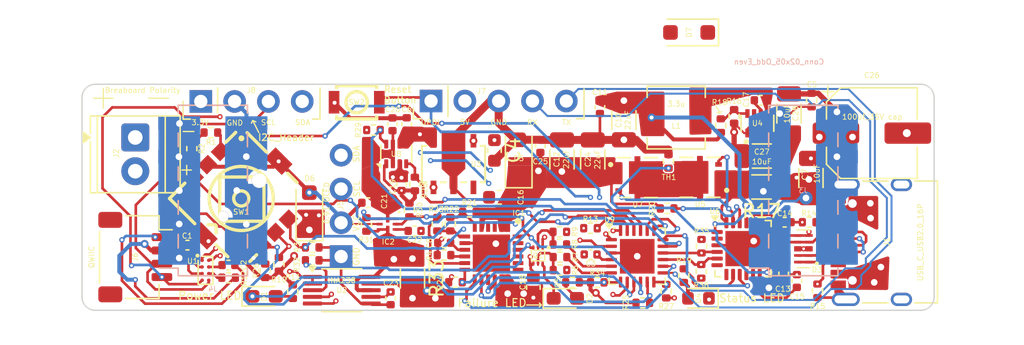
<source format=kicad_pcb>
(kicad_pcb (version 20241229) (generator "pcbnew") (generator_version "9.0")
  (layers (0 "F.Cu" signal) (4 "In1.Cu" signal) (6 "In2.Cu" signal) (2 "B.Cu" signal) (13 "F.Paste" user) (15 "B.Paste" user) (5 "F.SilkS" user "F.Silkscreen") (7 "B.SilkS" user "B.Silkscreen") (1 "F.Mask" user) (3 "B.Mask" user) (25 "Edge.Cuts" user))
  (net 0 "")
  (net 1 "Net-(U4-SS)")
  (net 2 "GND")
  (net 3 "Net-(U4-SW)")
  (net 4 "Net-(U4-BST)")
  (net 5 "/Power/VBUS")
  (net 6 "+5V")
  (net 7 "/Power/VBUS_Finale")
  (net 8 "/Power/IFB")
  (net 9 "/Power/V5V")
  (net 10 "/Power/V18")
  (net 11 "/Logic/Rail_2_IN")
  (net 12 "+3.3V")
  (net 13 "Net-(IC1-DVDT)")
  (net 14 "/Logic/Rail_2")
  (net 15 "/Power_selection/Logic_Voltage")
  (net 16 "Net-(D2-A)")
  (net 17 "Net-(IC2-CT)")
  (net 18 "Net-(D1-A)")
  (net 19 "Net-(D1-K)")
  (net 20 "Net-(D2-K)")
  (net 21 "Net-(D4-A)")
  (net 23 "Net-(IC1-OVP)")
  (net 25 "/Logic/SDA_3.3v")
  (net 29 "/Logic/SCL_3.3v")
  (net 31 "Net-(IC1-UVLO)")
  (net 32 "Net-(Q1-G1)")
  (net 34 "Net-(IC1-MODE)")
  (net 36 "/Logic/INA_ALERT")
  (net 38 "Net-(IC1-ILIM)")
  (net 39 "Net-(Q1-G2)")
  (net 40 "/Logic/SW_UP")
  (net 42 "/Logic/SW_LEFT")
  (net 43 "/Power/USB_P")
  (net 44 "/Power/CC2")
  (net 45 "/Power/USB_N")
  (net 46 "/Power/CC1")
  (net 48 "/Power/Measured_VBUS")
  (net 49 "/Logic/SW_RIGHT")
  (net 50 "/Logic/SW_DOWN")
  (net 51 "/Power/PD_LED")
  (net 52 "/Logic/SW_PRESS")
  (net 53 "Net-(U1-OE)")
  (net 54 "/Logic/UPDI")
  (net 55 "/Logic/PowerLED_EN")
  (net 56 "/Logic/Failer_EN")
  (net 57 "/Power/NTC")
  (net 58 "Net-(U4-FB)")
  (net 59 "Net-(U6-VOUT)")
  (net 62 "/Logic/PGOOD_Logic")
  (net 64 "/Logic/RX")
  (net 65 "/Logic/VBUS_SW")
  (net 66 "/Logic/LOGIC_Report")
  (net 67 "/Logic/Load_Monitor_VBUS")
  (net 68 "/Logic/PD_Int")
  (net 69 "/Logic/SCL")
  (net 70 "/Logic/LOGIC_SW")
  (net 71 "/Logic/VBUS_Fault")
  (net 72 "/Logic/SDA")
  (net 73 "/Logic/LOGIC_Selection")
  (net 75 "Net-(U6-PWR_EN)")
  (net 77 "Net-(U5-Pad5_8)")
  (net 78 "/Logic/PGOOD")
  (net 79 "/Logic/TX")
  (footprint "Capacitor_SMD:C_0402_1005Metric" (layer "F.Cu") (at 133.425 84.65 90)
    (property "Reference" "C25")
    (property "Value" "100nF")
  )
  (footprint "TPS22992S:TPS22992SRXNR" (layer "F.Cu") (at 121.96 90.52 -90)
    (property "Reference" "IC2")
    (property "Value" "TPS22992SRXNR" (hide yes))
  )
  (footprint "Capacitor_SMD:C_1206_3216Metric" (layer "F.Cu") (at 152.1 82.2 90)
    (property "Reference" "C28")
    (property "Value" "10uF")
  )
  (footprint "Capacitor_SMD:C_0402_1005Metric" (layer "F.Cu") (at 137.9 81.72 -90)
    (property "Reference" "C11")
    (property "Value" "100nF")
  )
  (footprint "Resistor_SMD:R_0402_1005Metric" (layer "F.Cu") (at 113.79 93.54 90)
    (property "Reference" "R10")
    (property "Value" "10k")
  )
  (footprint "Capacitor_SMD:C_0402_1005Metric" (layer "F.Cu") (at 152.69 94.795 90)
    (property "Reference" "C15")
    (property "Value" "100nF")
  )
  (footprint "Resistor_SMD:R_0402_1005Metric" (layer "F.Cu") (at 108.68 83.63)
    (property "Reference" "R1")
    (property "Value" "10k")
  )
  (footprint "Capacitor_SMD:C_0402_1005Metric" (layer "F.Cu") (at 137.2 92.8 180)
    (property "Reference" "C3")
    (property "Value" "100nF")
  )
  (footprint "Capacitor_SMD:C_0603_1608Metric" (layer "F.Cu") (at 129.975 84.975 -90)
    (property "Reference" "C4")
    (property "Value" "10uF")
  )
  (footprint "Resistor_SMD:R_0402_1005Metric" (layer "F.Cu") (at 124 87.5 90)
    (property "Reference" "R28")
    (property "Value" "10k")
  )
  (footprint "Resistor_SMD:R_0402_1005Metric" (layer "F.Cu") (at 120.89 83.44 180)
    (property "Reference" "R29")
    (property "Value" "10k")
  )
  (footprint "Package_SO:VSSOP-10_3x3mm_P0.5mm" (layer "F.Cu") (at 118.51 95.49)
    (property "Reference" "U2")
    (property "Value" "INA238")
  )
  (footprint "Capacitor_SMD:CP_Elec_6.3x7.7" (layer "F.Cu") (at 158.325 83.675)
    (property "Reference" "C26")
    (property "Value" "100uf_35V cap")
  )
  (footprint "TPS16630:QFN50P400X400X100-25N" (layer "F.Cu") (at 129.75 92.7 -90)
    (property "Reference" "IC1")
    (property "Value" "TPS16630RGER")
  )
  (footprint "DMC2990UDJ:SOTFL35P100X50-6N" (layer "F.Cu") (at 133.25 92.882 -90)
    (property "Reference" "Q1")
    (property "Value" "DMC2990UDJ-7" (hide yes))
  )
  (footprint "test:TRANS_AON7408" (layer "F.Cu") (at 140.715 87.02)
    (property "Reference" "U7")
    (property "Value" "AON7534")
  )
  (footprint "Capacitor_SMD:C_0402_1005Metric" (layer "F.Cu") (at 149.978494 81.2)
    (property "Reference" "C17")
    (property "Value" "100nF")
  )
  (footprint "Package_DFN_QFN:QFN-24-1EP_4x4mm_P0.5mm_EP2.6x2.6mm" (layer "F.Cu") (at 140.7 92.9375)
    (property "Reference" "U9")
    (property "Value" "ATtiny3217-M")
  )
  (footprint "Resistor_SMD:R_0402_1005Metric" (layer "F.Cu") (at 120.36 90.545 90)
    (property "Reference" "R31")
    (property "Value" "10k")
  )
  (footprint "Resistor_SMD:R_0402_1005Metric" (layer "F.Cu") (at 134.885 91.1)
    (property "Reference" "R9")
    (property "Value" "10k")
  )
  (footprint "Capacitor_SMD:C_0402_1005Metric" (layer "F.Cu") (at 151.7 94.2425 -90)
    (property "Reference" "C13")
    (property "Value" "100nF")
  )
  (footprint "Mini_Switch:KEY-SMD_B3U-1000PM" (layer "F.Cu") (at 119.63 81.35 180)
    (property "Reference" "SW2")
    (property "Value" "B3U-1000P")
  )
  (footprint "Capacitor_SMD:C_0402_1005Metric" (layer "F.Cu") (at 123.39 83 90)
    (property "Reference" "C6")
    (property "Value" "4.7uF")
  )
  (footprint "Resistor_SMD:R_0402_1005Metric" (layer "F.Cu") (at 134.885 92.05)
    (property "Reference" "R8")
    (property "Value" "100Ω")
  )
  (footprint "Resistor_SMD:R_0402_1005Metric" (layer "F.Cu") (at 147.978494 82.41 -90)
    (property "Reference" "R16")
    (property "Value" "10k")
  )
  (footprint "Resistor_SMD:R_0402_1005Metric" (layer "F.Cu") (at 144.2 94.39 -90)
    (property "Reference" "R19")
    (property "Value" "1k")
  )
  (footprint "Resistor_SMD:R_0402_1005Metric" (layer "F.Cu") (at 134.9 93)
    (property "Reference" "R7")
    (property "Value" "100Ω")
  )
  (footprint "Capacitor_SMD:C_0402_1005Metric" (layer "F.Cu") (at 151.775 90.375)
    (property "Reference" "C14")
    (property "Value" "1uF")
  )
  (footprint "LED_SMD:LED_0603_1608Metric" (layer "F.Cu") (at 145.3 96.1 180)
    (property "Reference" "D4")
    (property "Value" "Status LED")
  )
  (footprint "Capacitor_SMD:C_1206_3216Metric" (layer "F.Cu") (at 153.75 87.05 90)
    (property "Reference" "C7")
    (property "Value" "10uF")
  )
  (footprint "Resistor_SMD:R_1206_3216Metric" (layer "F.Cu") (at 150.0375 87.725 180)
    (property "Reference" "R17")
    (property "Value" "5m")
  )
  (footprint "Resistor_SMD:R_0402_1005Metric" (layer "F.Cu") (at 134.9 93.975)
    (property "Reference" "R6")
    (property "Value" "10k")
  )
  (footprint "Capacitor_SMD:C_1206_3216Metric" (layer "F.Cu") (at 150.06 85.4 180)
    (property "Reference" "C27")
    (property "Value" "10uF")
  )
  (footprint "Resistor_SMD:R_0402_1005Metric" (layer "F.Cu") (at 145.53 92.18 -90)
    (property "Reference" "R35")
    (property "Value" "10k")
  )
  (footprint "Resistor_SMD:R_0402_1005Metric" (layer "F.Cu") (at 123.59 89.455 90)
    (property "Reference" "R30")
    (property "Value" "10k")
  )
  (footprint "XC6:SOT-89-5_TOR" (layer "F.Cu") (at 126.9 86.0026)
    (property "Reference" "U3")
    (property "Value" "XC6220B331PR-G")
  )
  (footprint "Resistor_SMD:R_0402_1005Metric" (layer "F.Cu") (at 153.615 90.375 180)
    (property "Reference" "R14")
    (property "Value" "5.1k")
  )
  (footprint "Resistor_SMD:R_0402_1005Metric" (layer "F.Cu") (at 127.05 94.89 180)
    (property "Reference" "R24")
    (property "Value" "10k")
  )
  (footprint "Capacitor_SMD:C_0603_1608Metric" (layer "F.Cu") (at 130.35 88.5 180)
    (property "Reference" "C16")
    (property "Value" "1uF")
  )
  (footprint "Resistor_SMD:R_0402_1005Metric" (layer "F.Cu") (at 154.24 95.535 -90)
    (property "Reference" "R15")
    (property "Value" "5.1k")
  )
  (footprint "Connector_PinHeader_2.54mm:PinHeader_1x04_P2.54mm_Vertical" (layer "F.Cu") (at 107.92 81.29 90)
    (property "Reference" "J8")
    (property "Value" "I2C_Header")
  )
  (footprint "Capacitor_SMD:C_1206_3216Metric" (layer "F.Cu") (at 135.05 85.66 90)
    (property "Reference" "C12")
    (property "Value" "22uF")
  )
  (footprint "Resistor_SMD:R_0402_1005Metric" (layer "F.Cu") (at 145.51 94.07 -90)
    (property "Reference" "R36")
    (property "Value" "10k")
  )
  (footprint "Resistor_SMD:R_0402_1005Metric" (layer "F.Cu") (at 112.76 94.03 90)
    (property "Reference" "R26")
    (property "Value" "10k")
  )
  (footprint "Resistor_SMD:R_1206_3216Metric" (layer "F.Cu") (at 123.82 94.6 -90)
    (property "Reference" "R33")
    (property "Value" "5m")
  )
  (footprint "Resistor_SMD:R_0402_1005Metric" (layer "F.Cu") (at 126.66 90.52 90)
    (property "Reference" "R22")
    (property "Value" "150k")
  )
  (footprint "Resistor_SMD:R_0402_1005Metric" (layer "F.Cu") (at 137.19 90.825 180)
    (property "Reference" "R13")
    (property "Value" "10k")
  )
  (footprint "Resistor_SMD:R_0402_1005Metric" (layer "F.Cu") (at 143.05 85.8 90)
    (property "Reference" "TH1")
    (property "Value" "Thermistor_NTC_10k_0402")
  )
  (footprint "Capacitor_SMD:C_0402_1005Metric" (layer "F.Cu") (at 120.5 88.91)
    (property "Reference" "C21")
    (property "Value" "1uF")
  )
  (footprint "Resistor_SMD:R_0402_1005Metric" (layer "F.Cu") (at 116.29 93.24 180)
    (property "Reference" "R32")
    (property "Value" "10k")
  )
  (footprint "Resistor_SMD:R_0402_1005Metric" (layer "F.Cu") (at 125.69 90.52 -90)
    (property "Reference" "R23")
    (property "Value" "20k")
  )
  (footprint "test:TRANS_AON7408" (layer "F.Cu") (at 145.41 87 180)
    (property "Reference" "U5")
    (property "Value" "AON7534")
  )
  (footprint "Resistor_SMD:R_0402_1005Metric" (layer "F.Cu") (at 137.7 94.9)
    (property "Reference" "R34")
    (property "Value" "10k")
  )
  (footprint "TPD4E05U06DQAR:IC_TPD4E05U06DQAR" (layer "F.Cu") (at 153.1825 92.375 180)
    (property "Reference" "D3")
    (property "Value" "TPD4E05U06DQAR")
  )
  (footprint "LED_SMD:LED_0603_1608Metric_Pad1.05x0.95mm_HandSolder" (layer "F.Cu") (at 112.675 95.95)
    (property "Reference" "D1")
    (property "Value" "Power LED")
  )
  (footprint "Package_DFN_QFN:QFN-24-1EP_4x4mm_P0.5mm_EP2.65x2.65mm" (layer "F.Cu") (at 148.65 92.36)
    (property "Reference" "U6")
    (property "Value" "AP33772S")
  )
  (footprint "Resistor_SMD:R_0402_1005Metric" (layer "F.Cu") (at 141.12 96.44)
    (property "Reference" "R25")
    (property "Value" "10k")
  )
  (footprint "Capacitor_SMD:C_0603_1608Metric" (layer "F.Cu") (at 132.9 95.275 90)
    (property "Reference" "C18")
    (property "Value" "1uF")
  )
  (footprint "Capacitor_SMD:C_0402_1005Metric" (layer "F.Cu") (at 110 93.6)
    (property "Reference" "C2")
    (property "Value" "100nF")
  )
  (footprint "TPS62933PDRLR:SOFL50P160X60-8N" (layer "F.Cu") (at 149.728494 82.935 90)
    (property "Reference" "U4")
    (property "Value" "TPS62933DRLR")
  )
  (footprint "Connector_JST:JST_SH_SM04B-SRSS-TB_1x04-1MP_P1.00mm_Horizontal" (layer "F.Cu") (at 103 93 -90)
    (property "Reference" "J6")
    (property "Value" "QWIIC")
  )
  (footprint "Capacitor_SMD:C_1206_3216Metric" (layer "F.Cu") (at 137.36 85.66 90)
    (property "Reference" "C24")
    (property "Value" "22uF")
  )
  (footprint "Connector_USB:USB_C_Receptacle_XKB_U262-16XN-4BVC11" (layer "F.Cu") (at 159.47 91.86 90)
    (property "Reference" "J1")
    (property "Value" "USB_C_USB2.0_16P")
  )
  (footprint "Capacitor_SMD:C_0402_1005Metric" (layer "F.Cu") (at 123.98 91.03)
    (property "Reference" "C22")
    (property "Value" "1nF")
  )
  (footprint "Resistor_SMD:R_0402_1005Metric" (layer "F.Cu") (at 153.8 81.19 90)
    (property "Reference" "C5")
    (property "Value" "33nF")
  )
  (footprint "Capacitor_SMD:C_0402_1005Metric" (layer "F.Cu") (at 126.2 91.92)
    (property "Reference" "C8")
    (property "Value" "22nF")
  )
  (footprint "Capacitor_SMD:C_0402_1005Metric" (layer "F.Cu") (at 122.18 96.1 -90)
    (property "Reference" "C23")
    (property "Value" "100nF")
  )
  (footprint "Resistor_SMD:R_0402_1005Metric" (layer "F.Cu") (at 135.84 94.9)
    (property "Reference" "R5")
    (property "Value" "470Ω")
  )
  (footprint "Inductor_SMD:L_Changjiang_FXL0420" (layer "F.Cu") (at 143.628494 82.5 180)
    (property "Reference" "L1")
    (property "Value" "3.3u")
  )
  (footprint "Resistor_SMD:R_0402_1005Metric" (layer "F.Cu") (at 116.29 92.27 180)
    (property "Reference" "R3")
    (property "Value" "10k")
  )
  (footprint "Diode_SMD:D_SOD-123F" (layer "F.Cu") (at 144.598494 76.1 180)
    (property "Reference" "D7")
    (property "Value" "PMEG6020ER")
  )
  (footprint "Capacitor_SMD:C_0402_1005Metric" (layer "F.Cu") (at 106.92 92.1)
    (property "Reference" "C1")
    (property "Value" "100nF")
  )
  (footprint "Package_TO_SOT_SMD:SOT-583-8" (layer "F.Cu") (at 122.6 85.24 90)
    (property "Reference" "U8")
    (property "Value" "TPS2117DRL")
  )
  (footprint "Capacitor_SMD:C_1206_3216Metric" (layer "F.Cu") (at 139.7 82.7 -90)
    (property "Reference" "C10")
    (property "Value" "22uF")
  )
  (footprint "Resistor_SMD:R_0402_1005Metric" (layer "F.Cu") (at 107.25 84.84 -90)
    (property "Reference" "R2")
    (property "Value" "10k")
  )
  (footprint "Resistor_SMD:R_0402_1005Metric" (layer "F.Cu") (at 128.1 89.6)
    (property "Reference" "R21")
    (property "Value" "330k")
  )
  (footprint "LED_SMD:LED_0603_1608Metric_Pad1.05x0.95mm_HandSolder" (layer "F.Cu") (at 135.3 96.1)
    (property "Reference" "D2")
    (property "Value" "Failure LED")
  )
  (footprint "Resistor_SMD:R_0402_1005Metric" (layer "F.Cu") (at 142.95 89.34 180)
    (property "Reference" "R20")
    (property "Value" "27R")
  )
  (footprint "Diode_SMD:D_SOD-123F" (layer "F.Cu") (at 131.8 85.575 90)
    (property "Reference" "D5")
    (property "Value" "PMEG6020ER")
  )
  (footprint "Diode_SMD:D_SOD-123F" (layer "F.Cu") (at 116.075 89.55 90)
    (property "Reference" "D6")
    (property "Value" "PMEG6020ER")
  )
  (footprint "Capacitor_SMD:C_0402_1005Metric" (layer "F.Cu") (at 123 87.51 90)
    (property "Reference" "C19")
    (property "Value" "10uF")
  )
  (footprint "Resistor_SMD:R_0402_1005Metric" (layer "F.Cu") (at 142.88 95.56 -90)
    (property "Reference" "R27")
    (property "Value" "22k")
  )
  (footprint "TerminalBlock_TE-Connectivity:TerminalBlock_TE_282834-2_1x02_P2.54mm_Horizontal" (layer "F.Cu") (at 103 84 -90)
    (property "Reference" "J2")
    (property "Value" "Conn_01x02_Pin")
  )
  (footprint "Resistor_SMD:R_0402_1005Metric" (layer "F.Cu") (at 126.19 92.85 180)
    (property "Reference" "R4")
    (property "Value" "3.3k")
  )
  (footprint "Resistor_SMD:R_0402_1005Metric" (layer "F.Cu") (at 110.01 94.55 180)
    (property "Reference" "R12")
    (property "Value" "10k")
  )
  (footprint "Connector_PinHeader_2.54mm:PinHeader_1x05_P2.54mm_Vertical" (layer "F.Cu") (at 125.215 81.26 90)
    (property "Reference" "J7")
    (property "Value" "Conn_01x05")
  )
  (footprint "test:SSD1306-0.91-OLED-4pin-128x32" (layer "F.Cu") (at 154.96 95.145 180)
    (property "Reference" "J5")
    (property "Value" "0.91 OLED")
  )
  (footprint "Capacitor_SMD:C_0402_1005Metric" (layer "F.Cu") (at 122.32 83.01 -90)
    (property "Reference" "C20")
    (property "Value" "100nF")
  )
  (footprint "tc006:SW-SMD_GT-TC0060-H050-L1" (layer "F.Cu") (at 110.96 88.59 -45)
    (property "Reference" "SW1")
    (property "Value" "GT-TC0060-H050-L1")
  )
  (footprint "Library:TCA9406" (layer "F.Cu") (at 108.27 93.99)
    (property "Reference" "U1")
    (property "Value" "TCA9406DC")
  )
  (footprint "Resistor_SMD:R_0402_1005Metric" (layer "F.Cu") (at 146.978494 83.11 90)
    (property "Reference" "R18")
    (property "Value" "52.3k")
  )
  (footprint "Resistor_SMD:R_0402_1005Metric" (layer "F.Cu") (at 114.83 95.6025 90)
    (property "Reference" "R11")
    (property "Value" "470Ω")
  )
  (footprint "Connector_PinHeader_2.54mm:PinHeader_2x05_P2.54mm_Vertical_SMD" (layer "B.Cu") (at 108.825 87.99)
    (property "Reference" "J4")
    (property "Value" "Conn_02x05_Odd_Even")
  )
  (footprint "Connector_PinHeader_2.54mm:PinHeader_2x05_P2.54mm_Vertical_SMD" (layer "B.Cu") (at 153.175 87.99)
    (property "Reference" "J3")
    (property "Value" "Conn_02x05_Odd_Even")
  )
  (gr_line (start 107.4 83.55) (end 106.6 83.55) (stroke (width 0.1)) (layer "F.SilkS"))
  (gr_line (start 100.6 81.8) (end 100.6 80.3) (stroke (width 0.1)) (layer "F.SilkS"))
  (gr_line (start 99.85 81.05) (end 101.35 81.05) (stroke (width 0.1)) (layer "F.SilkS"))
  (gr_line (start 146.928494 82.17) (end 146.718494 82.13) (stroke (width 0.1)) (layer "F.SilkS"))
  (gr_line (start 106.86 86.1) (end 106.86 86.8) (stroke (width 0.1)) (layer "F.SilkS"))
  (gr_line (start 104 81.05) (end 105.5 81.05) (stroke (width 0.1)) (layer "F.SilkS"))
  (gr_line (start 133.5 96.6) (end 133.35 96.45) (stroke (width 0.1)) (layer "F.SilkS"))
  (gr_line (start 146.928494 82.17) (end 147.028494 82.04) (stroke (width 0.1)) (layer "F.SilkS"))
  (gr_line (start 107.21 86.45) (end 106.51 86.45) (stroke (width 0.1)) (layer "F.SilkS"))
  (gr_line (start 133.5 96.6) (end 133.35 96.75) (stroke (width 0.1)) (layer "F.SilkS"))
  (gr_line (start 111.825 82.725) (end 112.05 82.825) (stroke (width 0.1)) (layer "F.SilkS"))
  (gr_line (start 132.4 96.6) (end 133.5 96.6) (stroke (width 0.1)) (layer "F.SilkS"))
  (gr_line (start 111.825 82.725) (end 111.725 82.925) (stroke (width 0.1)) (layer "F.SilkS"))
  (gr_line (start 112.275 83.625) (end 111.825 82.725) (stroke (width 0.1)) (layer "F.SilkS"))
  (gr_line (start 146.628494 81.66) (end 146.928494 82.17) (stroke (width 0.1)) (layer "F.SilkS"))
  (gr_line (start 162.0001 97) (end 100 97) (stroke (width 0.1)) (layer "Edge.Cuts"))
  (gr_line (start 99.000002 96) (end 98.999999 81) (stroke (width 0.1)) (layer "Edge.Cuts"))
  (gr_arc (start 100 97) (mid 99.29288 96.707109) (end 98.999962 96) (stroke (width 0.1)) (layer "Edge.Cuts"))
  (gr_line (start 163 81) (end 163 96) (stroke (width 0.1)) (layer "Edge.Cuts"))
  (gr_arc (start 99 81) (mid 99.292864 80.292864) (end 100 80) (stroke (width 0.1)) (layer "Edge.Cuts"))
  (gr_line (start 100 80) (end 162 80) (stroke (width 0.1)) (layer "Edge.Cuts"))
  (gr_arc (start 163 96) (mid 162.707136 96.707136) (end 162 97) (stroke (width 0.1)) (layer "Edge.Cuts"))
  (gr_arc (start 162 80) (mid 162.707107 80.292893) (end 163 81) (stroke (width 0.1)) (layer "Edge.Cuts"))
  (gr_text "Reset\nButton" (at 121.63 80.79 0) (layer "F.SilkS") (effects (font (size 0.5 0.5) (thickness 0.08)) (justify left)))
  (gr_text "3.3V" (at 107.87 82.875 0) (layer "F.SilkS") (effects (font (size 0.4 0.4) (thickness 0.06))))
  (gr_text "RX" (at 132.82 82.88 0) (layer "F.SilkS") (effects (font (size 0.4 0.4) (thickness 0.06))))
  (gr_text "GND" (at 130.3 82.86 0) (layer "F.SilkS") (effects (font (size 0.4 0.4) (thickness 0.06))))
  (gr_text "GND" (at 110.475 82.9 0) (layer "F.SilkS") (effects (font (size 0.4 0.4) (thickness 0.06))))
  (gr_text "10uF" (at 154.2 86.725 90) (layer "F.SilkS") (effects (font (size 0.4 0.4) (thickness 0.06))))
  (gr_text "5V" (at 127.75 82.85 0) (layer "F.SilkS") (effects (font (size 0.4 0.4) (thickness 0.06))))
  (gr_text "TX" (at 135.39 82.86 0) (layer "F.SilkS") (effects (font (size 0.4 0.4) (thickness 0.06))))
  (gr_text "SDA" (at 115.575 82.875 0) (layer "F.SilkS") (effects (font (size 0.4 0.4) (thickness 0.06))))
  (gr_text "UPDI" (at 125.15 82.875 0) (layer "F.SilkS") (effects (font (size 0.4 0.4) (thickness 0.06))))
  (gr_text "Breaboard Polarity" (at 103.55 80.45 0) (layer "F.SilkS") (effects (font (size 0.4 0.4) (thickness 0.06))))
  (gr_text "SCL" (at 113 82.875 0) (layer "F.SilkS") (effects (font (size 0.4 0.4) (thickness 0.06))))
  (segment (start 152.714588 81.7) (end 153.8 81.7) (width 0.15) (layer "F.Cu") (net 1))
  (segment (start 149.478494 82.58) (end 149.708494 82.81) (width 0.15) (layer "F.Cu") (net 1))
  (segment (start 149.708494 82.81) (end 151.604588 82.81) (width 0.15) (layer "F.Cu") (net 1))
  (segment (start 149.478494 82.2) (end 149.478494 82.58) (width 0.15) (layer "F.Cu") (net 1))
  (segment (start 151.604588 82.81) (end 152.714588 81.7) (width 0.15) (layer "F.Cu") (net 1))
  (segment (start 107.45 92.1) (end 108.152786 91.397214) (width 0.2) (layer "F.Cu") (net 2))
  (segment (start 119.131 82.551) (end 123.359 82.551) (width 0.3) (layer "F.Cu") (net 2))
  (segment (start 108.41495 86.060051) (end 108.554899 86.2) (width 0.3) (layer "F.Cu") (net 2))
  (segment (start 126.54 94.89) (end 126.76 94.67) (width 0.2) (layer "F.Cu") (net 2))
  (segment (start 129.405 88.67) (end 129.575 88.5) (width 0.2) (layer "F.Cu") (net 2))
  (segment (start 105.102786 91.397214) (end 105 91.5) (width 0.2) (layer "F.Cu") (net 2))
  (segment (start 131.57 84.17) (end 131.55 84.15) (width 0.6) (layer "F.Cu") (net 2))
  (segment (start 125.737673 91.92) (end 126.009718 91.647955) (width 0.2) (layer "F.Cu") (net 2))
  (segment (start 127.8148 88.67) (end 129.405 88.67) (width 0.2) (layer "F.Cu") (net 2))
  (segment (start 142.88 96.07) (end 143.49 96.07) (width 0.2) (layer "F.Cu") (net 2))
  (segment (start 126.9 84.025603) (end 129.665603 81.26) (width 0.6) (layer "F.Cu") (net 2))
  (segment (start 130.04 91.95) (end 130.08 91.99) (width 0.2) (layer "F.Cu") (net 2))
  (segment (start 155.81 88.11) (end 155.81 88.515) (width 0.6) (layer "F.Cu") (net 2))
  (segment (start 123 88.355) (end 123.59 88.945) (width 0.3) (layer "F.Cu") (net 2))
  (segment (start 138.7625 92.6875) (end 140.45 92.6875) (width 0.2) (layer "F.Cu") (net 2))
  (segment (start 132.66 93.624) (end 132.7 93.664) (width 0.2) (layer "F.Cu") (net 2))
  (segment (start 133.6 91.647289) (end 133.747262 91.500027) (width 0.2) (layer "F.Cu") (net 2))
  (segment (start 137.9 82.2) (end 137.9 83.645) (width 0.2) (layer "F.Cu") (net 2))
  (segment (start 127.8148 88.67) (end 126.9 87.7552) (width 0.2) (layer "F.Cu") (net 2))
  (segment (start 148.978494 83.67) (end 148.978494 83.34) (width 0.15) (layer "F.Cu") (net 2))
  (segment (start 132.7 93.9) (end 132.9 94.1) (width 0.2) (layer "F.Cu") (net 2))
  (segment (start 155.8 94.91) (end 155.8 95.21) (width 0.2) (layer "F.Cu") (net 2))
  (segment (start 103.7339 96.501) (end 102 94.7671) (width 0.2) (layer "F.Cu") (net 2))
  (segment (start 148.978494 83.34) (end 149.254494 83.064) (width 0.15) (layer "F.Cu") (net 2))
  (segment (start 147.978494 84.778494) (end 147.978494 83.6) (width 0.4) (layer "F.Cu") (net 2))
  (segment (start 121.7 87.189943) (end 122.500057 87.99) (width 0.2) (layer "F.Cu") (net 2))
  (segment (start 132.9 93.464) (end 132.7 93.664) (width 0.2) (layer "F.Cu") (net 2))
  (segment (start 132.66 92.97) (end 132.66 93.624) (width 0.2) (layer "F.Cu") (net 2))
  (segment (start 121.7 86.13) (end 121.7 87.189943) (width 0.2) (layer "F.Cu") (net 2))
  (segment (start 108.554899 86.2) (end 113.366169 86.2) (width 0.3) (layer "F.Cu") (net 2))
  (segment (start 123 87.99) (end 123 88.355) (width 0.3) (layer "F.Cu") (net 2))
  (segment (start 114.848909 94.078909) (end 115.068909 94.078909) (width 0.2) (layer "F.Cu") (net 2))
  (segment (start 130.295 81.26) (end 130.295 82.895) (width 0.6) (layer "F.Cu") (net 2))
  (segment (start 153.75 85.575) (end 153.75 85.3325) (width 0.2) (layer "F.Cu") (net 2))
  (segment (start 125.72 92.81) (end 125.68 92.85) (width 0.2) (layer "F.Cu") (net 2))
  (segment (start 153.755 80.725) (end 153.8 80.68) (width 0.4) (layer "F.Cu") (net 2))
  (segment (start 155.8 88.81) (end 155.8 88.51) (width 0.2) (layer "F.Cu") (net 2))
  (segment (start 111.091 94.91934) (end 109.50934 96.501) (width 0.2) (layer "F.Cu") (net 2))
  (segment (start 143.05 85.29) (end 143.05 84.912) (width 0.6) (layer "F.Cu") (net 2))
  (segment (start 152.255 90.375) (end 153.105 90.375) (width 0.2) (layer "F.Cu") (net 2))
  (segment (start 140.6 84.175) (end 139.7 84.175) (width 0.6) (layer "F.Cu") (net 2))
  (segment (start 146.7 92.11) (end 148.4 92.11) (width 0.2) (layer "F.Cu") (net 2))
  (segment (start 153.8 80.68) (end 154.3 80.68) (width 0.4) (layer "F.Cu") (net 2))
  (segment (start 149.254494 83.064) (end 150.230496 83.064) (width 0.15) (layer "F.Cu") (net 2))
  (segment (start 107.4 93.4) (end 107.4 92.1) (width 0.2) (layer "F.Cu") (net 2))
  (segment (start 116.31 94.49) (end 116.31 94.99) (width 0.2) (layer "F.Cu") (net 2))
  (segment (start 124 88.01) (end 124 88.535) (width 0.3) (layer "F.Cu") (net 2))
  (segment (start 130.295 82.895) (end 131.575 84.175) (width 0.6) (layer "F.Cu") (net 2))
  (segment (start 150.230496 83.064) (end 150.478494 83.311998) (width 0.15) (layer "F.Cu") (net 2))
  (segment (start 152.1075 94.315) (end 151.7 94.7225) (width 0.2) (layer "F.Cu") (net 2))
  (segment (start 152.69 94.315) (end 152.1075 94.315) (width 0.2) (layer "F.Cu") (net 2))
  (segment (start 123 87.99) (end 123.98 87.99) (width 0.3) (layer "F.Cu") (net 2))
  (segment (start 131.55 84.175) (end 129.975 85.75) (width 0.6) (layer "F.Cu") (net 2))
  (segment (start 137.9 83.645) (end 137.36 84.185) (width 0.2) (layer "F.Cu") (net 2))
  (segment (start 110.48 93.6) (end 110.51034 93.6) (width 0.2) (layer "F.Cu") (net 2))
  (segment (start 155.81 95.62) (end 156.375 96.185) (width 0.6) (layer "F.Cu") (net 2))
  (segment (start 123.98 87.99) (end 124 88.01) (width 0.3) (layer "F.Cu") (net 2))
  (segment (start 102 94.7671) (end 102 91.7) (width 0.2) (layer "F.Cu") (net 2))
  (segment (start 108.152786 91.397214) (end 108.152786 91.452786) (width 0.2) (layer "F.Cu") (net 2))
  (segment (start 132.9 94.1) (end 132.9 94.5) (width 0.2) (layer "F.Cu") (net 2))
  (segment (start 135.05 84.185) (end 133.44 84.185) (width 0.6) (layer "F.Cu") (net 2))
  (segment (start 156.375 87.545) (end 155.81 88.11) (width 0.6) (layer "F.Cu") (net 2))
  (segment (start 125.72 91.92) (end 125.72 92.81) (width 0.2) (layer "F.Cu") (net 2))
  (segment (start 111.091 94.18066) (end 111.091 94.91934) (width 0.2) (layer "F.Cu") (net 2))
  (segment (start 131.805 84.17) (end 131.8 84.175) (width 0.6) (layer "F.Cu") (net 2))
  (segment (start 133.44 84.185) (end 133.425 84.17) (width 0.6) (layer "F.Cu") (net 2))
  (segment (start 148.978494 83.67) (end 148.728494 83.67) (width 0.15) (layer "F.Cu") (net 2))
  (segment (start 115.068909 94.078909) (end 115.48 94.49) (width 0.2) (layer "F.Cu") (net 2))
  (segment (start 114.847818 94.08) (end 114.848909 94.078909) (width 0.2) (layer "F.Cu") (net 2))
  (segment (start 150.478494 83.311998) (end 150.478494 83.67) (width 0.15) (layer "F.Cu") (net 2))
  (segment (start 135.05 84.185) (end 139.69 84.185) (width 0.6) (layer "F.Cu") (net 2))
  (segment (start 117.93 81.35) (end 117.97 81.39) (width 0.3) (layer "F.Cu") (net 2))
  (segment (start 122.500057 87.99) (end 123 87.99) (width 0.2) (layer "F.Cu") (net 2))
  (segment (start 118.929 90.509) (end 118.46 90.04) (width 0.15) (layer "F.Cu") (net 2))
  (segment (start 156.23 96.045) (end 156.365 96.18) (width 0.2) (layer "F.Cu") (net 2))
  (segment (start 133.6 92.3) (end 133.6 91.647289) (width 0.2) (layer "F.Cu") (net 2))
  (segment (start 129.665603 81.26) (end 130.295 81.26) (width 0.6) (layer "F.Cu") (net 2))
  (segment (start 121.81 95.99) (end 122.18 95.62) (width 0.2) (layer "F.Cu") (net 2))
  (segment (start 152.1 80.725) (end 153.755 80.725) (width 0.4) (layer "F.Cu") (net 2))
  (segment (start 148.585 85.4) (end 148.585 85.385) (width 0.4) (layer "F.Cu") (net 2))
  (segment (start 126.76 94.67) (end 126.76 94.48) (width 0.2) (layer "F.Cu") (net 2))
  (segment (start 115.48 94.49) (end 116.31 94.49) (width 0.2) (layer "F.Cu") (net 2))
  (segment (start 121.85 85.98) (end 121.7 86.13) (width 0.2) (layer "F.Cu") (net 2))
  (segment (start 114.597818 94.08) (end 114.847818 94.08) (width 0.2) (layer "F.Cu") (net 2))
  (segment (start 107.74 93.74) (end 107.4 93.4) (width 0.2) (layer "F.Cu") (net 2))
  (segment (start 108.02 93.74) (end 107.74 93.74) (width 0.2) (layer "F.Cu") (net 2))
  (segment (start 109.50934 96.501) (end 103.7339 96.501) (width 0.2) (layer "F.Cu") (net 2))
  (segment (start 154.3 80.68) (end 155.7 82.08) (width 0.4) (layer "F.Cu") (net 2))
  (segment (start 141.337 84.912) (end 140.6 84.175) (width 0.6) (layer "F.Cu") (net 2))
  (segment (start 118.89 90.04) (end 118.46 90.04) (width 0.3) (layer "F.Cu") (net 2))
  (segment (start 124 88.535) (end 123.59 88.945) (width 0.3) (layer "F.Cu") (net 2))
  (segment (start 108.152786 91.397214) (end 105.102786 91.397214) (width 0.2) (layer "F.Cu") (net 2))
  (segment (start 148.728494 83.67) (end 147.978494 82.92) (width 0.15) (layer "F.Cu") (net 2))
  (segment (start 113.366169 86.2) (end 113.767748 85.798421) (width 0.3) (layer "F.Cu") (net 2))
  (segment (start 121.36 90.52) (end 121.349 90.509) (width 0.15) (layer "F.Cu") (net 2))
  (segment (start 154.24 96.045) (end 156.23 96.045) (width 0.2) (layer "F.Cu") (net 2))
  (segment (start 117.97 81.39) (end 119.131 82.551) (width 0.3) (layer "F.Cu") (net 2))
  (segment (start 127.75 91.95) (end 130.04 91.95) (width 0.2) (layer "F.Cu") (net 2))
  (segment (start 155.81 95.215) (end 155.81 95.62) (width 0.6) (layer "F.Cu") (net 2))
  (segment (start 143.05 84.912) (end 141.337 84.912) (width 0.6) (layer "F.Cu") (net 2))
  (segment (start 148.585 85.385) (end 147.978494 84.778494) (width 0.4) (layer "F.Cu") (net 2))
  (segment (start 126.9 87.7552) (end 126.9 84.025603) (width 0.6) (layer "F.Cu") (net 2))
  (segment (start 121.349 90.509) (end 118.929 90.509) (width 0.15) (layer "F.Cu") (net 2))
  (segment (start 147.978494 83.6) (end 147.978494 82.92) (width 0.4) (layer "F.Cu") (net 2))
  (segment (start 113.767748 85.798421) (end 116.075 88.105673) (width 0.3) (layer "F.Cu") (net 2))
  (segment (start 131.575 84.175) (end 131.8 84.175) (width 0.6) (layer "F.Cu") (net 2))
  (segment (start 120.02 88.91) (end 118.89 90.04) (width 0.3) (layer "F.Cu") (net 2))
  (segment (start 153.2 92.375) (end 153.6 92.375) (width 0.2) (layer "F.Cu") (net 2))
  (segment (start 125.72 91.92) (end 125.737673 91.92) (width 0.2) (layer "F.Cu") (net 2))
  (segment (start 139.69 84.185) (end 139.7 84.175) (width 0.6) (layer "F.Cu") (net 2))
  (segment (start 131.8 84.175) (end 131.55 84.175) (width 0.6) (layer "F.Cu") (net 2))
  (segment (start 116.075 88.105673) (end 116.075 88.15) (width 0.3) (layer "F.Cu") (net 2))
  (segment (start 108.152786 91.452786) (end 108.5 91.8) (width 0.2) (layer "F.Cu") (net 2))
  (segment (start 120.71 95.99) (end 121.81 95.99) (width 0.2) (layer "F.Cu") (net 2))
  (segment (start 123.359 82.551) (end 123.39 82.52) (width 0.3) (layer "F.Cu") (net 2))
  (segment (start 140.45 92.6875) (end 140.7 92.9375) (width 0.2) (layer "F.Cu") (net 2))
  (segment (start 110.51034 93.6) (end 111.091 94.18066) (width 0.2) (layer "F.Cu") (net 2))
  (segment (start 152.765 92.375) (end 153.2 92.375) (width 0.2) (layer "F.Cu") (net 2))
  (segment (start 132.7 93.664) (end 132.7 93.9) (width 0.2) (layer "F.Cu") (net 2))
  (segment (start 133.425 84.17) (end 131.805 84.17) (width 0.6) (layer "F.Cu") (net 2))
  (segment (start 148.4 92.11) (end 148.65 92.36) (width 0.2) (layer "F.Cu") (net 2))
  (via (at 160.95 83.675) (size 1.2) (drill 0.6) (layers "F.Cu" "B.Cu") (remove_unused_layers yes) (zone_layer_connections "In2.Cu") (net 2))
  (via (at 133.747262 91.500027) (size 0.4) (drill 0.2) (layers "F.Cu" "B.Cu") (remove_unused_layers yes) (zone_layer_connections "In2.Cu") (net 2))
  (via (at 153.75 85.575) (size 0.6) (drill 0.3) (layers "F.Cu" "B.Cu") (remove_unused_layers yes) (zone_layer_connections "In2.Cu") (net 2))
  (via (at 153.2 92.375) (size 0.4) (drill 0.2) (layers "F.Cu" "B.Cu") (remove_unused_layers yes) (zone_layer_connections "In2.Cu") (net 2))
  (via (at 102 91.7) (size 0.4) (drill 0.2) (layers "F.Cu" "B.Cu") (remove_unused_layers yes) (zone_layer_connections "In2.Cu") (net 2))
  (via (at 146.1 96.19) (size 0.6) (drill 0.3) (layers "F.Cu" "B.Cu") (remove_unused_layers yes) (zone_layer_connections "In2.Cu") (net 2))
  (via (at 147.978494 83.6) (size 0.6) (drill 0.3) (layers "F.Cu" "B.Cu") (remove_unused_layers yes) (zone_layer_connections "In2.Cu") (net 2))
  (via (at 104.5 91.5) (size 0.4) (drill 0.2) (layers "F.Cu" "B.Cu") (remove_unused_layers yes) (zone_layer_connections "In2.Cu") (net 2))
  (via (at 135.41 93.97) (size 0.4) (drill 0.2) (layers "F.Cu" "B.Cu") (remove_unused_layers yes) (zone_layer_connections "In2.Cu") (net 2))
  (via (at 122.18 95.62) (size 0.4) (drill 0.2) (layers "F.Cu" "B.Cu") (remove_unused_layers yes) (zone_layer_connections "In2.Cu") (net 2))
  (via (at 155.7 82.08) (size 1) (drill 0.5) (layers "F.Cu" "B.Cu") (remove_unused_layers yes) (zone_layer_connections "In2.Cu" "B.Cu") (net 2))
  (via (at 111.88 93.07) (size 0.6) (drill 0.3) (layers "F.Cu" "B.Cu") (remove_unused_layers yes) (zone_layer_connections "In2.Cu" "B.Cu") (net 2))
  (via (at 136.72 92.8) (size 0.4) (drill 0.2) (layers "F.Cu" "B.Cu") (remove_unused_layers yes) (zone_layer_connections "In2.Cu") (net 2))
  (via (at 149.45 91.79) (size 1) (drill 0.5) (layers "F.Cu" "B.Cu") (remove_unused_layers yes) (zone_layer_connections "In2.Cu") (net 2))
  (via (at 114.597818 94.08) (size 0.4) (drill 0.2) (layers "F.Cu" "B.Cu") (remove_unused_layers yes) (zone_layer_connections "In2.Cu") (net 2))
  (via (at 130.08 91.99) (size 1) (drill 0.5) (layers "F.Cu" "B.Cu") (remove_unused_layers yes) (zone_layer_connections "In2.Cu") (net 2))
  (via (at 108.5 91.8) (size 0.6) (drill 0.3) (layers "F.Cu" "B.Cu") (remove_unused_layers yes) (zone_layer_connections "In2.Cu") (net 2))
  (via (at 139.7 84.175) (size 1) (drill 0.5) (layers "F.Cu" "B.Cu") (remove_unused_layers yes) (zone_layer_connections "In2.Cu") (net 2))
  (via (at 116.075 88.15) (size 0.6) (drill 0.3) (layers "F.Cu" "B.Cu") (remove_unused_layers yes) (zone_layer_connections "In2.Cu") (net 2))
  (via (at 110.62 87.99) (size 1) (drill 0.5) (layers "F.Cu" "B.Cu") (remove_unused_layers yes) (zone_layer_connections "In2.Cu" "B.Cu") (net 2))
  (via (at 155.7 85.45) (size 1) (drill 0.5) (layers "F.Cu" "B.Cu") (remove_unused_layers yes) (zone_layer_connections "In2.Cu" "B.Cu") (net 2))
  (via (at 123 87.99) (size 0.4) (drill 0.2) (layers "F.Cu" "B.Cu") (remove_unused_layers yes) (zone_layer_connections "In2.Cu") (net 2))
  (via (at 140.7 92.9375) (size 1) (drill 0.5) (layers "F.Cu" "B.Cu") (remove_unused_layers yes) (zone_layer_connections "In2.Cu") (net 2))
  (via (at 132.66 92.97) (size 0.4) (drill 0.2) (layers "F.Cu" "B.Cu") (remove_unused_layers yes) (zone_layer_connections "In2.Cu") (net 2))
  (via (at 126.76 94.48) (size 0.4) (drill 0.2) (layers "F.Cu" "B.Cu") (remove_unused_layers yes) (zone_layer_connections "In2.Cu") (net 2))
  (via (at 124.46 91.03) (size 0.4) (drill 0.2) (layers "F.Cu" "B.Cu") (remove_unused_layers yes) (zone_layer_connections "In2.Cu") (net 2))
  (via (at 153.1 90.375) (size 0.4) (drill 0.2) (layers "F.Cu" "B.Cu") (remove_unused_layers yes) (zone_layer_connections "In2.Cu") (net 2))
  (via (at 111.34 85.44) (size 1) (drill 0.5) (layers "F.Cu" "B.Cu") (remove_unused_layers yes) (zone_layer_connections "In2.Cu" "B.Cu") (net 2))
  (via (at 117.97 81.39) (size 0.6) (drill 0.3) (layers "F.Cu" "B.Cu") (remove_unused_layers yes) (zone_layer_connections "In2.Cu") (net 2))
  (via (at 135.395314 91.100314) (size 0.4) (drill 0.2) (layers "F.Cu" "B.Cu") (remove_unused_layers yes) (zone_layer_connections "In2.Cu") (net 2))
  (via (at 152.69 94.315) (size 0.4) (drill 0.2) (layers "F.Cu" "B.Cu") (remove_unused_layers yes) (zone_layer_connections "In2.Cu") (net 2))
  (via (at 126.009718 91.647955) (size 0.4) (drill 0.2) (layers "F.Cu" "B.Cu") (remove_unused_layers yes) (zone_layer_connections "In2.Cu") (net 2))
  (via (at 111.34 90.53) (size 1) (drill 0.5) (layers "F.Cu" "B.Cu") (remove_unused_layers yes) (zone_layer_connections "In2.Cu" "B.Cu") (net 2))
  (via (at 113.767748 85.798421) (size 0.6) (drill 0.3) (layers "F.Cu" "B.Cu") (remove_unused_layers yes) (zone_layer_connections "In2.Cu") (net 2))
  (via (at 143.49 96.07) (size 0.4) (drill 0.2) (layers "F.Cu" "B.Cu") (remove_unused_layers yes) (zone_layer_connections "In2.Cu") (net 2))
  (segment (start 111.35 82.18) (end 110.46 81.29) (width 0.3) (layer "B.Cu") (net 2))
  (segment (start 118.46 90.04) (end 116.57 88.15) (width 0.3) (layer "B.Cu") (net 2))
  (segment (start 116.57 88.15) (end 116.075 88.15) (width 0.3) (layer "B.Cu") (net 2))
  (segment (start 111.35 82.91) (end 111.35 82.18) (width 0.3) (layer "B.Cu") (net 2))
  (segment (start 104.409 91.409) (end 102.291 91.409) (width 0.2) (layer "B.Cu") (net 2))
  (segment (start 102.291 91.409) (end 102 91.7) (width 0.2) (layer "B.Cu") (net 2))
  (segment (start 104.5 91.5) (end 104.409 91.409) (width 0.2) (layer "B.Cu") (net 2))
  (segment (start 149.498494 81.42) (end 149.498494 81.2) (width 0.2) (layer "F.Cu") (net 4))
  (segment (start 149.978494 82.2) (end 149.978494 81.9) (width 0.2) (layer "F.Cu") (net 4))
  (segment (start 149.978494 81.9) (end 149.498494 81.42) (width 0.2) (layer "F.Cu") (net 4))
  (segment (start 146.55 90.5) (end 146.55 90.96) (width 0.2) (layer "F.Cu") (net 5))
  (segment (start 146.55 90.96) (end 146.7 91.11) (width 0.2) (layer "F.Cu") (net 5))
  (via (at 153.596017 87.156548) (size 1) (drill 0.5) (layers "F.Cu" "B.Cu") (remove_unused_layers yes) (zone_layer_connections "F.Cu" "In1.Cu") (net 5))
  (via (at 153.375 88.55) (size 1) (drill 0.5) (layers "F.Cu" "B.Cu") (remove_unused_layers yes) (zone_layer_connections "F.Cu" "In1.Cu") (net 5))
  (via (at 158.21 88.95) (size 1) (drill 0.5) (layers "F.Cu" "B.Cu") (remove_unused_layers yes) (zone_layer_connections "F.Cu" "In1.Cu") (net 5))
  (via (at 158.23 90.07) (size 1) (drill 0.5) (layers "F.Cu" "B.Cu") (remove_unused_layers yes) (zone_layer_connections "F.Cu" "In1.Cu") (net 5))
  (via (at 146.55 90.5) (size 0.4) (drill 0.2) (layers "F.Cu" "B.Cu") (remove_unused_layers yes) (net 5))
  (via (at 158.5 94.9) (size 1) (drill 0.5) (layers "F.Cu" "B.Cu") (remove_unused_layers yes) (zone_layer_connections "F.Cu" "In1.Cu") (net 5))
  (via (at 159 93.75) (size 1) (drill 0.5) (layers "F.Cu" "B.Cu") (remove_unused_layers yes) (zone_layer_connections "F.Cu" "In1.Cu") (net 5))
  (via (at 152.67 87.02) (size 0.6) (drill 0.3) (layers "F.Cu" "B.Cu") (remove_unused_layers yes) (zone_layer_connections "F.Cu" "In1.Cu") (net 5))
  (segment (start 152.659 88.791) (end 151.66 88.791) (width 0.2) (layer "B.Cu") (net 5))
  (segment (start 148.02 90.5) (end 146.55 90.5) (width 0.2) (layer "B.Cu") (net 5))
  (segment (start 151.66 88.791) (end 150.755001 89.695999) (width 0.2) (layer "B.Cu") (net 5))
  (segment (start 153.375 88.55) (end 152.9 88.55) (width 0.2) (layer "B.Cu") (net 5))
  (segment (start 150.755001 89.695999) (end 148.824001 89.695999) (width 0.2) (layer "B.Cu") (net 5))
  (segment (start 148.824001 89.695999) (end 148.02 90.5) (width 0.2) (layer "B.Cu") (net 5))
  (segment (start 152.9 88.55) (end 152.659 88.791) (width 0.2) (layer "B.Cu") (net 5))
  (segment (start 113.85 94.05) (end 113.79 94.05) (width 0.3) (layer "F.Cu") (net 6))
  (segment (start 140.61 96.44) (end 138.34 96.44) (width 0.2) (layer "F.Cu") (net 6))
  (segment (start 112.38 94.49174) (end 110.89413 93.00587) (width 0.3) (layer "F.Cu") (net 6))
  (segment (start 118.15 92.27) (end 118.46 92.58) (width 0.2) (layer "F.Cu") (net 6))
  (segment (start 114.83 95.0925) (end 114.83 95.09) (width 0.3) (layer "F.Cu") (net 6))
  (segment (start 109.520138 90.700138) (end 109.910232 91.090232) (width 0.2) (layer "F.Cu") (net 6))
  (segment (start 137.59 95.69) (end 137.44 95.69) (width 0.3) (layer "F.Cu") (net 6))
  (segment (start 146.978494 83.871506) (end 146.7 84.15) (width 0.3) (layer "F.Cu") (net 6))
  (segment (start 143.428494 84.15) (end 141.778494 82.5) (width 0.3) (layer "F.Cu") (net 6))
  (segment (start 108.34185 89.736031) (end 109.305957 90.700138) (width 0.2) (layer "F.Cu") (net 6))
  (segment (start 138.34 96.44) (end 137.59 95.69) (width 0.2) (layer "F.Cu") (net 6))
  (segment (start 118.46 92.58) (end 118.46 94.998824) (width 0.2) (layer "F.Cu") (net 6))
  (segment (start 137.44 95.69) (end 137.19 95.44) (width 0.3) (layer "F.Cu") (net 6))
  (segment (start 110.131 92.989) (end 110.87726 92.989) (width 0.2) (layer "F.Cu") (net 6))
  (segment (start 138.0675 93.1875) (end 138.7625 93.1875) (width 0.2) (layer "F.Cu") (net 6))
  (segment (start 113.3 94.54) (end 113.79 94.05) (width 0.3) (layer "F.Cu") (net 6))
  (segment (start 122.18 96.58) (end 120.8 96.58) (width 0.2) (layer "F.Cu") (net 6))
  (segment (start 106.550057 84.33) (end 105.509 85.371057) (width 0.2) (layer "F.Cu") (net 6))
  (segment (start 107.25 84.33) (end 107.47 84.33) (width 0.2) (layer "F.Cu") (net 6))
  (segment (start 116.8 93.24) (end 117.8 93.24) (width 0.2) (layer "F.Cu") (net 6))
  (segment (start 110.87726 92.989) (end 110.89413 93.00587) (width 0.2) (layer "F.Cu") (net 6))
  (segment (start 107.47 84.33) (end 108.17 83.63) (width 0.2) (layer "F.Cu") (net 6))
  (segment (start 117.8 93.24) (end 118.46 92.58) (width 0.2) (layer "F.Cu") (net 6))
  (segment (start 119.951176 96.49) (end 120.71 96.49) (width 0.2) (layer "F.Cu") (net 6))
  (segment (start 109.52 93.6) (end 109.4 93.6) (width 0.2) (layer "F.Cu") (net 6))
  (segment (start 114.93 92.91) (end 114.93 92.97) (width 0.3) (layer "F.Cu") (net 6))
  (segment (start 112.76 94.54) (end 113.3 94.54) (width 0.3) (layer "F.Cu") (net 6))
  (segment (start 107.25 84.33) (end 106.550057 84.33) (width 0.2) (layer "F.Cu") (net 6))
  (segment (start 114.83 95.09) (end 113.79 94.05) (width 0.3) (layer "F.Cu") (net 6))
  (segment (start 105.509 85.371057) (end 105.509 88.331786) (width 0.2) (layer "F.Cu") (net 6))
  (segment (start 109.26 93.74) (end 108.52 93.74) (width 0.2) (layer "F.Cu") (net 6))
  (segment (start 118.46 94.998824) (end 119.951176 96.49) (width 0.2) (layer "F.Cu") (net 6))
  (segment (start 114.93 92.97) (end 113.85 94.05) (width 0.3) (layer "F.Cu") (net 6))
  (segment (start 112.38 94.54) (end 112.38 94.49174) (width 0.3) (layer "F.Cu") (net 6))
  (segment (start 139.7 81.44) (end 139.7 81.225) (width 0.3) (layer "F.Cu") (net 6))
  (segment (start 146.7 84.15) (end 143.428494 84.15) (width 0.3) (layer "F.Cu") (net 6))
  (segment (start 110.89413 93.00587) (end 109.910232 92.021972) (width 0.3) (layer "F.Cu") (net 6))
  (segment (start 116.8 92.27) (end 118.15 92.27) (width 0.2) (layer "F.Cu") (net 6))
  (segment (start 109.4 93.6) (end 109.26 93.74) (width 0.2) (layer "F.Cu") (net 6))
  (segment (start 106.913245 89.736031) (end 108.34185 89.736031) (width 0.2) (layer "F.Cu") (net 6))
  (segment (start 137.19 94.9) (end 136.35 94.9) (width 0.3) (layer "F.Cu") (net 6))
  (segment (start 109.305957 90.700138) (end 109.520138 90.700138) (width 0.2) (layer "F.Cu") (net 6))
  (segment (start 120.8 96.58) (end 120.71 96.49) (width 0.2) (layer "F.Cu") (net 6))
  (segment (start 112.76 94.54) (end 112.38 94.54) (width 0.3) (layer "F.Cu") (net 6))
  (segment (start 146.978494 83.62) (end 146.978494 83.871506) (width 0.3) (layer "F.Cu") (net 6))
  (segment (start 137.19 95.44) (end 137.19 94.9) (width 0.3) (layer "F.Cu") (net 6))
  (segment (start 137.68 92.8) (end 138.0675 93.1875) (width 0.2) (layer "F.Cu") (net 6))
  (segment (start 109.910232 92.021972) (end 109.910232 91.090232) (width 0.3) (layer "F.Cu") (net 6))
  (segment (start 105.509 88.331786) (end 106.913245 89.736031) (width 0.2) (layer "F.Cu") (net 6))
  (segment (start 109.52 93.6) (end 110.131 92.989) (width 0.2) (layer "F.Cu") (net 6))
  (via (at 148.876546 89.094999) (size 0.6) (drill 0.3) (layers "F.Cu" "B.Cu") (remove_unused_layers yes) (net 6))
  (via (at 136.68 90.825) (size 0.4) (drill 0.2) (layers "F.Cu" "B.Cu") (remove_unused_layers yes) (net 6))
  (via (at 145.53 91.67) (size 0.4) (drill 0.2) (layers "F.Cu" "B.Cu") (remove_unused_layers yes) (net 6))
  (via (at 123 87.03) (size 0.6) (drill 0.3) (layers "F.Cu" "B.Cu") (remove_unused_layers yes) (zone_layer_connections "F.Cu" "In1.Cu") (net 6))
  (via (at 139.7 81.225) (size 1) (drill 0.5) (layers "F.Cu" "B.Cu") (remove_unused_layers yes) (zone_layer_connections "F.Cu" "In1.Cu") (net 6))
  (via (at 145.51 94.58) (size 0.4) (drill 0.2) (layers "F.Cu" "B.Cu") (remove_unused_layers yes) (net 6))
  (via (at 137.59 95.69) (size 0.6) (drill 0.3) (layers "F.Cu" "B.Cu") (remove_unused_layers yes) (net 6))
  (via (at 122.35 86.99) (size 0.6) (drill 0.3) (layers "F.Cu" "B.Cu") (remove_unused_layers yes) (zone_layer_connections "F.Cu" "In1.Cu") (net 6))
  (via (at 120.38 83.44) (size 0.4) (drill 0.2) (layers "F.Cu" "B.Cu") (remove_unused_layers yes) (net 6))
  (via (at 129.975 84.2) (size 0.6) (drill 0.3) (layers "F.Cu" "B.Cu") (remove_unused_layers yes) (zone_layer_connections "In1.Cu") (net 6))
  (via (at 137.68 92.8) (size 0.4) (drill 0.2) (layers "F.Cu" "B.Cu") (remove_unused_layers yes) (net 6))
  (via (at 128.4 84.25) (size 0.6) (drill 0.3) (layers "F.Cu" "B.Cu") (remove_unused_layers yes) (zone_layer_connections "In1.Cu") (net 6))
  (via (at 141.778494 82.5) (size 0.6) (drill 0.3) (layers "F.Cu" "B.Cu") (remove_unused_layers yes) (zone_layer_connections "F.Cu") (net 6))
  (via (at 114.93 92.91) (size 0.6) (drill 0.3) (layers "F.Cu" "B.Cu") (remove_unused_layers yes) (net 6))
  (via (at 125.4 87.7552) (size 0.6) (drill 0.3) (layers "F.Cu" "B.Cu") (remove_unused_layers yes) (zone_layer_connections "In1.Cu") (net 6))
  (segment (start 148.39 88.410768) (end 148.39 85.28) (width 0.3) (layer "B.Cu") (net 6))
  (segment (start 145.61 82.5) (end 145.705 82.595) (width 0.3) (layer "B.Cu") (net 6))
  (segment (start 148.876546 89.094999) (end 148.876546 88.897314) (width 0.3) (layer "B.Cu") (net 6))
  (segment (start 141.778494 82.5) (end 145.61 82.5) (width 0.3) (layer "B.Cu") (net 6))
  (segment (start 148.876546 88.897314) (end 148.39 88.410768) (width 0.3) (layer "B.Cu") (net 6))
  (segment (start 148.39 85.28) (end 145.705 82.595) (width 0.3) (layer "B.Cu") (net 6))
  (segment (start 138.764 88.832521) (end 138.764 87.446) (width 0.2) (layer "F.Cu") (net 7))
  (segment (start 133.425 85.13) (end 133.425 86.365) (width 0.3) (layer "F.Cu") (net 7))
  (segment (start 142.44 89.34) (end 142.1 89) (width 0.2) (layer "F.Cu") (net 7))
  (segment (start 133.32 86.47) (end 133.28 86.51) (width 0.15) (layer "F.Cu") (net 7))
  (segment (start 138.764 87.446) (end 138.865 87.345) (width 0.2) (layer "F.Cu") (net 7))
  (segment (start 133.28 86.51) (end 133.4 86.39) (width 0.2) (layer "F.Cu") (net 7))
  (segment (start 138.931479 89) (end 138.764 88.832521) (width 0.2) (layer "F.Cu") (net 7))
  (segment (start 142.1 89) (end 138.931479 89) (width 0.2) (layer "F.Cu") (net 7))
  (segment (start 133.425 86.365) (end 133.28 86.51) (width 0.3) (layer "F.Cu") (net 7))
  (segment (start 138.865 87.345) (end 139.315 87.345) (width 0.2) (layer "F.Cu") (net 7))
  (via (at 154.38 83.97) (size 1) (drill 0.5) (layers "F.Cu" "B.Cu") (remove_unused_layers yes) (zone_layer_connections "In1.Cu") (net 7))
  (via (at 135.04 86.56) (size 1) (drill 0.5) (layers "F.Cu" "B.Cu") (remove_unused_layers yes) (zone_layer_connections "F.Cu" "In1.Cu") (net 7))
  (via (at 150.175 88.05) (size 1) (drill 0.5) (layers "F.Cu" "B.Cu") (remove_unused_layers yes) (zone_layer_connections "In1.Cu" "B.Cu") (net 7))
  (via (at 151.4 82.2) (size 1) (drill 0.5) (layers "F.Cu" "B.Cu") (remove_unused_layers yes) (zone_layer_connections "In1.Cu" "B.Cu") (net 7))
  (via (at 150.59 95.31) (size 1) (drill 0.5) (layers "F.Cu" "B.Cu") (remove_unused_layers yes) (zone_layer_connections "B.Cu") (net 7))
  (via (at 133.28 86.51) (size 1) (drill 0.5) (layers "F.Cu" "B.Cu") (remove_unused_layers yes) (zone_layer_connections "F.Cu" "In1.Cu") (net 7))
  (via (at 156.87 83.97) (size 1) (drill 0.5) (layers "F.Cu" "B.Cu") (remove_unused_layers yes) (zone_layer_connections "In1.Cu") (net 7))
  (segment (start 150.6 92.61) (end 151.3775 92.61) (width 0.2) (layer "F.Cu") (net 8))
  (segment (start 151.3775 92.61) (end 151.7 92.9325) (width 0.2) (layer "F.Cu") (net 8))
  (segment (start 151.7 92.9325) (end 151.7 93.7625) (width 0.2) (layer "F.Cu") (net 8))
  (segment (start 150.74 89.82) (end 151.295 90.375) (width 0.2) (layer "F.Cu") (net 9))
  (segment (start 149.531176 89.82) (end 150.74 89.82) (width 0.2) (layer "F.Cu") (net 9))
  (segment (start 149.4 89.951176) (end 149.531176 89.82) (width 0.2) (layer "F.Cu") (net 9))
  (segment (start 149.4 90.41) (end 149.4 89.951176) (width 0.2) (layer "F.Cu") (net 9))
  (segment (start 150.225 96.05) (end 151.915 96.05) (width 0.2) (layer "F.Cu") (net 10))
  (segment (start 149.875 95.7) (end 150.225 96.05) (width 0.2) (layer "F.Cu") (net 10))
  (segment (start 151.915 96.05) (end 152.69 95.275) (width 0.2) (layer "F.Cu") (net 10))
  (segment (start 149.9 94.31) (end 149.875 94.335) (width 0.2) (layer "F.Cu") (net 10))
  (segment (start 149.875 94.335) (end 149.875 95.7) (width 0.2) (layer "F.Cu") (net 10))
  (segment (start 120.96 94.49) (end 120.71 94.49) (width 0.3) (layer "F.Cu") (net 11))
  (segment (start 121.36 90.92) (end 121.885 90.92) (width 0.2) (layer "F.Cu") (net 11))
  (segment (start 120.71 95.49) (end 119.74 95.49) (width 0.3) (layer "F.Cu") (net 11))
  (segment (start 121.225 91.055) (end 121.36 90.92) (width 0.2) (layer "F.Cu") (net 11))
  (segment (start 120.36 91.055) (end 121.225 91.055) (width 0.2) (layer "F.Cu") (net 11))
  (segment (start 119.634 94.736466) (end 119.880466 94.49) (width 0.3) (layer "F.Cu") (net 11))
  (segment (start 122.13 93.45) (end 122 93.45) (width 0.3) (layer "F.Cu") (net 11))
  (segment (start 119.634 95.384) (end 119.634 94.736466) (width 0.3) (layer "F.Cu") (net 11))
  (segment (start 121.885 90.92) (end 121.96 90.995) (width 0.2) (layer "F.Cu") (net 11))
  (segment (start 119.880466 94.49) (end 120.71 94.49) (width 0.3) (layer "F.Cu") (net 11))
  (segment (start 119.74 95.49) (end 119.634 95.384) (width 0.3) (layer "F.Cu") (net 11))
  (segment (start 122.42 93.16) (end 122.13 93.45) (width 0.3) (layer "F.Cu") (net 11))
  (segment (start 122 93.45) (end 120.96 94.49) (width 0.3) (layer "F.Cu") (net 11))
  (via (at 122.42 93.16) (size 1) (drill 0.5) (layers "F.Cu" "B.Cu") (remove_unused_layers yes) (zone_layer_connections "F.Cu" "In1.Cu") (net 11))
  (via (at 132.9 96.05) (size 0.6) (drill 0.3) (layers "F.Cu" "B.Cu") (remove_unused_layers yes) (zone_layer_connections "F.Cu" "In1.Cu") (net 11))
  (via (at 132.17 95.746) (size 1) (drill 0.5) (layers "F.Cu" "B.Cu") (remove_unused_layers yes) (zone_layer_connections "F.Cu" "In1.Cu") (net 11))
  (via (at 123.82 93.1125) (size 1) (drill 0.5) (layers "F.Cu" "B.Cu") (remove_unused_layers yes) (zone_layer_connections "F.Cu" "In1.Cu") (net 11))
  (via (at 130.97 95.746) (size 1) (drill 0.5) (layers "F.Cu" "B.Cu") (remove_unused_layers yes) (zone_layer_connections "F.Cu" "In1.Cu") (net 11))
  (segment (start 105.4 92.1) (end 105 92.5) (width 0.2) (layer "F.Cu") (net 12))
  (segment (start 105 92.5) (end 104.19 92.5) (width 0.3) (layer "F.Cu") (net 12))
  (segment (start 108.9 96.1) (end 103.9 96.1) (width 0.2) (layer "F.Cu") (net 12))
  (segment (start 107.24 94.24) (end 108.02 94.24) (width 0.2) (layer "F.Cu") (net 12))
  (segment (start 106.44 92.1) (end 107 92.66) (width 0.2) (layer "F.Cu") (net 12))
  (segment (start 104.19 92.5) (end 103.7 92.01) (width 0.3) (layer "F.Cu") (net 12))
  (segment (start 103.000384 95.200384) (end 103.000384 94.699616) (width 0.2) (layer "F.Cu") (net 12))
  (segment (start 103.9 96.1) (end 103.000384 95.200384) (width 0.2) (layer "F.Cu") (net 12))
  (segment (start 106.44 92.1) (end 105.4 92.1) (width 0.2) (layer "F.Cu") (net 12))
  (segment (start 110.45 94.55) (end 108.9 96.1) (width 0.2) (layer "F.Cu") (net 12))
  (segment (start 107 92.66) (end 107 94) (width 0.2) (layer "F.Cu") (net 12))
  (segment (start 107 94) (end 107.24 94.24) (width 0.2) (layer "F.Cu") (net 12))
  (segment (start 110.52 94.55) (end 110.45 94.55) (width 0.2) (layer "F.Cu") (net 12))
  (via (at 124.38 83.76) (size 0.6) (drill 0.3) (layers "F.Cu" "B.Cu") (remove_unused_layers yes) (zone_layer_connections "F.Cu") (net 12))
  (via (at 103.7 92.01) (size 0.6) (drill 0.3) (layers "F.Cu" "B.Cu") (remove_unused_layers yes) (net 12))
  (via (at 103.000384 94.699616) (size 0.4) (drill 0.2) (layers "F.Cu" "B.Cu") (remove_unused_layers yes) (net 12))
  (segment (start 102.399616 94.699616) (end 101.8 94.1) (width 0.3) (layer "B.Cu") (net 12))
  (segment (start 102.69 92.01) (end 103.7 92.01) (width 0.3) (layer "B.Cu") (net 12))
  (segment (start 103.000384 94.699616) (end 102.399616 94.699616) (width 0.3) (layer "B.Cu") (net 12))
  (segment (start 101.8 94.1) (end 101.8 92.9) (width 0.3) (layer "B.Cu") (net 12))
  (segment (start 101.8 92.9) (end 102.69 92.01) (width 0.3) (layer "B.Cu") (net 12))
  (segment (start 127.75 92.45) (end 127.24034 92.45) (width 0.2) (layer "F.Cu") (net 13))
  (segment (start 126.71034 91.92) (end 126.68 91.92) (width 0.2) (layer "F.Cu") (net 13))
  (segment (start 127.24034 92.45) (end 126.71034 91.92) (width 0.2) (layer "F.Cu") (net 13))
  (segment (start 120.71 94.99) (end 122.7225 94.99) (width 0.3) (layer "F.Cu") (net 14))
  (segment (start 122.7225 94.99) (end 123.82 96.0875) (width 0.3) (layer "F.Cu") (net 14))
  (via (at 116.79 89.86) (size 0.6) (drill 0.3) (layers "F.Cu" "B.Cu") (remove_unused_layers yes) (zone_layer_connections "F.Cu" "In1.Cu") (net 14))
  (via (at 124.9 95.525) (size 0.6) (drill 0.3) (layers "F.Cu" "B.Cu") (net 14))
  (via (at 106.31 88) (size 1) (drill 0.5) (layers "F.Cu" "B.Cu") (remove_unused_layers yes) (zone_layer_connections "In1.Cu" "B.Cu") (net 14))
  (via (at 106.32 82.95) (size 1) (drill 0.5) (layers "F.Cu" "B.Cu") (remove_unused_layers yes) (zone_layer_connections "In1.Cu" "B.Cu") (net 14))
  (via (at 106.3 93.07) (size 1) (drill 0.5) (layers "F.Cu" "B.Cu") (remove_unused_layers yes) (zone_layer_connections "In1.Cu" "B.Cu") (net 14))
  (via (at 123.82 96.0875) (size 1) (drill 0.5) (layers "F.Cu" "B.Cu") (remove_unused_layers yes) (zone_layer_connections "F.Cu" "In1.Cu") (net 14))
  (via (at 116.075 90.95) (size 1) (drill 0.5) (layers "F.Cu" "B.Cu") (remove_unused_layers yes) (zone_layer_connections "F.Cu" "In1.Cu") (net 14))
  (via (at 106.3 90.51) (size 1) (drill 0.5) (layers "F.Cu" "B.Cu") (remove_unused_layers yes) (zone_layer_connections "In1.Cu" "B.Cu") (net 14))
  (via (at 125.54 96.09) (size 1) (drill 0.5) (layers "F.Cu" "B.Cu") (remove_unused_layers yes) (zone_layer_connections "F.Cu" "In1.Cu") (net 14))
  (via (at 115.83 89.82) (size 0.6) (drill 0.3) (layers "F.Cu" "B.Cu") (remove_unused_layers yes) (zone_layer_connections "F.Cu" "In1.Cu") (net 14))
  (via (at 106.28 85.45) (size 1) (drill 0.5) (layers "F.Cu" "B.Cu") (remove_unused_layers yes) (zone_layer_connections "In1.Cu" "B.Cu") (net 14))
  (segment (start 122.35 83.52) (end 122.32 83.49) (width 0.2) (layer "F.Cu") (net 15))
  (segment (start 122.56 90.12) (end 122.035 90.12) (width 0.2) (layer "F.Cu") (net 15))
  (segment (start 122.35 84.5) (end 122.35 83.52) (width 0.2) (layer "F.Cu") (net 15))
  (segment (start 122.035 90.12) (end 121.96 90.045) (width 0.2) (layer "F.Cu") (net 15))
  (segment (start 135.33 95.255) (end 136.175 96.1) (width 0.2) (layer "F.Cu") (net 16))
  (segment (start 135.33 94.9) (end 135.33 95.255) (width 0.2) (layer "F.Cu") (net 16))
  (segment (start 122.56 90.92) (end 123.39 90.92) (width 0.2) (layer "F.Cu") (net 17))
  (segment (start 123.39 90.92) (end 123.5 91.03) (width 0.2) (layer "F.Cu") (net 17))
  (segment (start 113.55 95.95) (end 114.6675 95.95) (width 0.2) (layer "F.Cu") (net 18))
  (segment (start 114.6675 95.95) (end 114.83 96.1125) (width 0.2) (layer "F.Cu") (net 18))
  (segment (start 132.7 92.3) (end 132.751 92.3) (width 0.2) (layer "F.Cu") (net 19))
  (segment (start 132.751 92.3) (end 132.9 92.3) (width 0.2) (layer "F.Cu") (net 19))
  (segment (start 132.5 92.1) (end 132.7 92.3) (width 0.2) (layer "F.Cu") (net 19))
  (via (at 132.5 92.1) (size 0.4) (drill 0.2) (layers "F.Cu" "B.Cu") (remove_unused_layers yes) (net 19))
  (via (at 111.8 95.95) (size 0.6) (drill 0.3) (layers "F.Cu" "B.Cu") (remove_unused_layers yes) (net 19))
  (segment (start 132.5 92.1) (end 131.95 92.65) (width 0.2) (layer "B.Cu") (net 19))
  (segment (start 125.76 94.5129) (end 125.5629 94.5129) (width 0.2) (layer "B.Cu") (net 19))
  (segment (start 125.56 94.51) (end 115.492142 94.51) (width 0.2) (layer "B.Cu") (net 19))
  (segment (start 131.527 93.743) (end 130.2479 93.743) (width 0.2) (layer "B.Cu") (net 19))
  (segment (start 115.492142 94.51) (end 114.052142 95.95) (width 0.2) (layer "B.Cu") (net 19))
  (segment (start 131.95 92.65) (end 131.95 93.32) (width 0.2) (layer "B.Cu") (net 19))
  (segment (start 130.2479 93.743) (end 129.9157 93.743) (width 0.2) (layer "B.Cu") (net 19))
  (segment (start 131.95 93.32) (end 131.527 93.743) (width 0.2) (layer "B.Cu") (net 19))
  (segment (start 128.209 95.391) (end 126.6381 95.391) (width 0.2) (layer "B.Cu") (net 19))
  (segment (start 126.6381 95.391) (end 125.9949 94.7478) (width 0.2) (layer "B.Cu") (net 19))
  (segment (start 114.052142 95.95) (end 111.8 95.95) (width 0.2) (layer "B.Cu") (net 19))
  (segment (start 125.9949 94.7478) (end 125.76 94.5129) (width 0.2) (layer "B.Cu") (net 19))
  (segment (start 129.531 94.069) (end 129.2961 94.3039) (width 0.2) (layer "B.Cu") (net 19))
  (segment (start 129.9157 93.743) (end 129.857 93.743) (width 0.2) (layer "B.Cu") (net 19))
  (segment (start 129.857 93.743) (end 129.531 94.069) (width 0.2) (layer "B.Cu") (net 19))
  (segment (start 129.2961 94.3039) (end 128.209 95.391) (width 0.2) (layer "B.Cu") (net 19))
  (segment (start 125.5629 94.5129) (end 125.56 94.51) (width 0.2) (layer "B.Cu") (net 19))
  (segment (start 134.425 95.225) (end 134.425 96.1) (width 0.2) (layer "F.Cu") (net 20))
  (segment (start 133.721442 93.742766) (end 133.721442 94.521442) (width 0.2) (layer "F.Cu") (net 20))
  (segment (start 133.6 93.464) (end 133.6 93.621324) (width 0.2) (layer "F.Cu") (net 20))
  (segment (start 133.6 93.621324) (end 133.721442 93.742766) (width 0.2) (layer "F.Cu") (net 20))
  (segment (start 133.721442 94.521442) (end 134.425 95.225) (width 0.2) (layer "F.Cu") (net 20))
  (segment (start 144.5125 95.2125) (end 144.2 94.9) (width 0.3) (layer "F.Cu") (net 21))
  (segment (start 144.5125 96.1) (end 144.5125 95.2125) (width 0.3) (layer "F.Cu") (net 21))
  (segment (start 126.92 91.03) (end 127.34 91.45) (width 0.2) (layer "F.Cu") (net 23))
  (segment (start 126.66 91.03) (end 125.69 91.03) (width 0.2) (layer "F.Cu") (net 23))
  (segment (start 126.66 91.03) (end 126.92 91.03) (width 0.2) (layer "F.Cu") (net 23))
  (segment (start 127.34 91.45) (end 127.75 91.45) (width 0.2) (layer "F.Cu") (net 23))
  (segment (start 109.359 82.441) (end 106.660943 82.441) (width 0.2) (layer "F.Cu") (net 25))
  (segment (start 102.64 89.92884) (end 102.64 93.56) (width 0.2) (layer "F.Cu") (net 25))
  (segment (start 107.729 95.031) (end 108.02 94.74) (width 0.2) (layer "F.Cu") (net 25))
  (segment (start 101.271538 81.738462) (end 100.54 82.47) (width 0.2) (layer "F.Cu") (net 25))
  (segment (start 105.958405 81.738462) (end 101.271538 81.738462) (width 0.2) (layer "F.Cu") (net 25))
  (segment (start 102.64 93.56) (end 102.72 93.64) (width 0.2) (layer "F.Cu") (net 25))
  (segment (start 100.54 82.47) (end 100.54 87.82884) (width 0.2) (layer "F.Cu") (net 25))
  (segment (start 105 94.5) (end 105.531 95.031) (width 0.2) (layer "F.Cu") (net 25))
  (segment (start 106.660943 82.441) (end 105.958405 81.738462) (width 0.2) (layer "F.Cu") (net 25))
  (segment (start 100.54 87.82884) (end 102.64 89.92884) (width 0.2) (layer "F.Cu") (net 25))
  (segment (start 105.531 95.031) (end 107.729 95.031) (width 0.2) (layer "F.Cu") (net 25))
  (via (at 105 94.5) (size 0.4) (drill 0.2) (layers "F.Cu" "B.Cu") (remove_unused_layers yes) (net 25))
  (via (at 109.359 82.441) (size 0.4) (drill 0.2) (layers "F.Cu" "B.Cu") (remove_unused_layers yes) (net 25))
  (via (at 102.72 93.64) (size 0.4) (drill 0.2) (layers "F.Cu" "B.Cu") (remove_unused_layers yes) (net 25))
  (segment (start 104.09 93.59) (end 105 94.5) (width 0.2) (layer "B.Cu") (net 25))
  (segment (start 102.72 93.64) (end 102.77 93.59) (width 0.2) (layer "B.Cu") (net 25))
  (segment (start 102.77 93.59) (end 104.09 93.59) (width 0.2) (layer "B.Cu") (net 25))
  (segment (start 111.71 82.99) (end 113 81.7) (width 0.2) (layer "F.Cu") (net 29))
  (segment (start 105 93.5) (end 104.58 93.5) (width 0.2) (layer "F.Cu") (net 29))
  (segment (start 104.9 85.219943) (end 107.129943 82.99) (width 0.2) (layer "F.Cu") (net 29))
  (segment (start 103.924 94.840968) (end 104.515032 95.432) (width 0.2) (layer "F.Cu") (net 29))
  (segment (start 104.58 93.5) (end 103.924 94.156) (width 0.2) (layer "F.Cu") (net 29))
  (segment (start 103.924 94.156) (end 103.924 94.840968) (width 0.2) (layer "F.Cu") (net 29))
  (segment (start 107.129943 82.99) (end 111.71 82.99) (width 0.2) (layer "F.Cu") (net 29))
  (segment (start 108.015383 95.432) (end 108.52 94.927383) (width 0.2) (layer "F.Cu") (net 29))
  (segment (start 104.9 87.22) (end 104.9 85.219943) (width 0.2) (layer "F.Cu") (net 29))
  (segment (start 103.04 92.314999) (end 103.04 89.08) (width 0.2) (layer "F.Cu") (net 29))
  (segment (start 105 93.5) (end 104.225001 93.5) (width 0.2) (layer "F.Cu") (net 29))
  (segment (start 103.04 89.08) (end 104.9 87.22) (width 0.2) (layer "F.Cu") (net 29))
  (segment (start 104.515032 95.432) (end 108.015383 95.432) (width 0.2) (layer "F.Cu") (net 29))
  (segment (start 108.52 94.927383) (end 108.52 94.74) (width 0.2) (layer "F.Cu") (net 29))
  (segment (start 104.225001 93.5) (end 103.04 92.314999) (width 0.2) (layer "F.Cu") (net 29))
  (segment (start 127.18 90.01) (end 127.59 89.6) (width 0.2) (layer "F.Cu") (net 31))
  (segment (start 128.5 90.51) (end 127.59 89.6) (width 0.2) (layer "F.Cu") (net 31))
  (segment (start 126.66 90.01) (end 127.18 90.01) (width 0.2) (layer "F.Cu") (net 31))
  (segment (start 128.5 90.7) (end 128.5 90.51) (width 0.2) (layer "F.Cu") (net 31))
  (segment (start 133.246262 91.292506) (end 133.25 91.296244) (width 0.2) (layer "F.Cu") (net 32))
  (segment (start 133.25 91.296244) (end 133.25 92.3) (width 0.2) (layer "F.Cu") (net 32))
  (segment (start 134.375 92.05) (end 134.375 91.419244) (width 0.2) (layer "F.Cu") (net 32))
  (segment (start 134.375 91.1) (end 134.375 92.05) (width 0.2) (layer "F.Cu") (net 32))
  (segment (start 134.375 91.419244) (end 133.954783 90.999027) (width 0.2) (layer "F.Cu") (net 32))
  (segment (start 133.539741 90.999027) (end 133.246262 91.292506) (width 0.2) (layer "F.Cu") (net 32))
  (segment (start 133.954783 90.999027) (end 133.539741 90.999027) (width 0.2) (layer "F.Cu") (net 32))
  (segment (start 125.069 90.71066) (end 125.12 90.65966) (width 0.2) (layer "F.Cu") (net 34))
  (segment (start 127.729 93.471) (end 125.36066 93.471) (width 0.2) (layer "F.Cu") (net 34))
  (segment (start 125.069 91.34934) (end 125.069 90.71066) (width 0.2) (layer "F.Cu") (net 34))
  (segment (start 125.12 90.58) (end 125.69 90.01) (width 0.2) (layer "F.Cu") (net 34))
  (segment (start 125.36066 93.471) (end 125.16 93.27034) (width 0.2) (layer "F.Cu") (net 34))
  (segment (start 125.12 90.65966) (end 125.12 90.58) (width 0.2) (layer "F.Cu") (net 34))
  (segment (start 127.75 93.45) (end 127.729 93.471) (width 0.2) (layer "F.Cu") (net 34))
  (segment (start 125.16 91.44034) (end 125.069 91.34934) (width 0.2) (layer "F.Cu") (net 34))
  (segment (start 125.16 93.27034) (end 125.16 91.44034) (width 0.2) (layer "F.Cu") (net 34))
  (segment (start 117.336 95.222824) (end 117.068824 95.49) (width 0.2) (layer "F.Cu") (net 36))
  (segment (start 133.55 89.66) (end 133.7255 89.4845) (width 0.2) (layer "F.Cu") (net 36))
  (segment (start 116.401 93.861) (end 117.11934 93.861) (width 0.2) (layer "F.Cu") (net 36))
  (segment (start 133.7255 89.4845) (end 139.996998 89.4845) (width 0.2) (layer "F.Cu") (net 36))
  (segment (start 140.95 90.437502) (end 140.95 91) (width 0.2) (layer "F.Cu") (net 36))
  (segment (start 115.83 93.59) (end 116.13 93.59) (width 0.2) (layer "F.Cu") (net 36))
  (segment (start 115.78 93.24) (end 115.78 93.54) (width 0.2) (layer "F.Cu") (net 36))
  (segment (start 115.78 93.54) (end 115.83 93.59) (width 0.2) (layer "F.Cu") (net 36))
  (segment (start 117.336 94.07766) (end 117.336 95.222824) (width 0.2) (layer "F.Cu") (net 36))
  (segment (start 117.068824 95.49) (end 116.31 95.49) (width 0.2) (layer "F.Cu") (net 36))
  (segment (start 117.11934 93.861) (end 117.336 94.07766) (width 0.2) (layer "F.Cu") (net 36))
  (segment (start 139.996998 89.4845) (end 140.95 90.437502) (width 0.2) (layer "F.Cu") (net 36))
  (segment (start 116.13 93.59) (end 116.401 93.861) (width 0.2) (layer "F.Cu") (net 36))
  (via (at 133.55 89.66) (size 0.4) (drill 0.2) (layers "F.Cu" "B.Cu") (remove_unused_layers yes) (net 36))
  (via (at 115.83 93.59) (size 0.4) (drill 0.2) (layers "F.Cu" "B.Cu") (remove_unused_layers yes) (net 36))
  (segment (start 131.08 91.878521) (end 133.298521 89.66) (width 0.2) (layer "B.Cu") (net 36))
  (segment (start 130.819 92.941) (end 131.08 92.68) (width 0.2) (layer "B.Cu") (net 36))
  (segment (start 129.5248 92.941) (end 130.819 92.941) (width 0.2) (layer "B.Cu") (net 36))
  (segment (start 122.088214 93.961) (end 124.199286 93.961) (width 0.2) (layer "B.Cu") (net 36))
  (segment (start 124.199286 93.961) (end 124.208286 93.97) (width 0.2) (layer "B.Cu") (net 36))
  (segment (start 133.298521 89.66) (end 133.55 89.66) (width 0.2) (layer "B.Cu") (net 36))
  (segment (start 116.36 93.82) (end 121.947214 93.82) (width 0.2) (layer "B.Cu") (net 36))
  (segment (start 116.13 93.59) (end 116.36 93.82) (width 0.2) (layer "B.Cu") (net 36))
  (segment (start 128.4958 93.97) (end 129.5248 92.941) (width 0.2) (layer "B.Cu") (net 36))
  (segment (start 124.208286 93.97) (end 128.4958 93.97) (width 0.2) (layer "B.Cu") (net 36))
  (segment (start 131.08 92.68) (end 131.08 91.878521) (width 0.2) (layer "B.Cu") (net 36))
  (segment (start 115.83 93.59) (end 116.13 93.59) (width 0.2) (layer "B.Cu") (net 36))
  (segment (start 121.947214 93.82) (end 122.088214 93.961) (width 0.2) (layer "B.Cu") (net 36))
  (segment (start 126.8 92.95) (end 126.7 92.85) (width 0.2) (layer "F.Cu") (net 38))
  (segment (start 127.75 92.95) (end 126.8 92.95) (width 0.2) (layer "F.Cu") (net 38))
  (segment (start 133.4245 92.7) (end 133.25 92.8745) (width 0.2) (layer "F.Cu") (net 39))
  (segment (start 134.09 92.7) (end 133.4245 92.7) (width 0.2) (layer "F.Cu") (net 39))
  (segment (start 134.39 93) (end 134.09 92.7) (width 0.2) (layer "F.Cu") (net 39))
  (segment (start 133.25 92.8745) (end 133.25 93.464) (width 0.2) (layer "F.Cu") (net 39))
  (segment (start 134.39 93.975) (end 134.39 93) (width 0.2) (layer "F.Cu") (net 39))
  (segment (start 109.404899 85.070101) (end 109.404899 83.844899) (width 0.2) (layer "F.Cu") (net 40))
  (segment (start 124.74655 82.939) (end 126.03 82.939) (width 0.2) (layer "F.Cu") (net 40))
  (segment (start 109.404899 83.844899) (end 109.19 83.63) (width 0.2) (layer "F.Cu") (net 40))
  (segment (start 138.906019 91) (end 138.888724 91.017295) (width 0.2) (layer "F.Cu") (net 40))
  (segment (start 122.8 81.64) (end 123.44755 81.64) (width 0.2) (layer "F.Cu") (net 40))
  (segment (start 117.26 83.891057) (end 110.583943 83.891057) (width 0.2) (layer "F.Cu") (net 40))
  (segment (start 110.583943 83.891057) (end 109.404899 85.070101) (width 0.2) (layer "F.Cu") (net 40))
  (segment (start 139.45 91) (end 138.906019 91) (width 0.2) (layer "F.Cu") (net 40))
  (segment (start 123.44755 81.64) (end 124.74655 82.939) (width 0.2) (layer "F.Cu") (net 40))
  (via (at 122.8 81.64) (size 0.4) (drill 0.2) (layers "F.Cu" "B.Cu") (remove_unused_layers yes) (net 40))
  (via (at 126.03 82.939) (size 0.4) (drill 0.2) (layers "F.Cu" "B.Cu") (remove_unused_layers yes) (net 40))
  (via (at 117.26 83.891057) (size 0.4) (drill 0.2) (layers "F.Cu" "B.Cu") (remove_unused_layers yes) (net 40))
  (via (at 137.87 88.508) (size 0.4) (drill 0.2) (layers "F.Cu" "B.Cu") (remove_unused_layers yes) (net 40))
  (via (at 138.888724 91.017295) (size 0.4) (drill 0.2) (layers "F.Cu" "B.Cu") (remove_unused_layers yes) (net 40))
  (segment (start 117.26 83.891057) (end 119.511057 81.64) (width 0.2) (layer "B.Cu") (net 40))
  (segment (start 137.84 88.478) (end 137.84 87.92) (width 0.2) (layer "B.Cu") (net 40))
  (segment (start 137.87 88.508) (end 137.84 88.478) (width 0.2) (layer "B.Cu") (net 40))
  (segment (start 137.84 87.92) (end 132.859 82.939) (width 0.2) (layer "B.Cu") (net 40))
  (segment (start 132.859 82.939) (end 126.03 82.939) (width 0.2) (layer "B.Cu") (net 40))
  (segment (start 119.511057 81.64) (end 122.8 81.64) (width 0.2) (layer "B.Cu") (net 40))
  (segment (start 107.25 85.35) (end 107.25 86.875) (width 0.2) (layer "F.Cu") (net 42))
  (segment (start 119.16 88.73) (end 118.14224 88.73) (width 0.2) (layer "F.Cu") (net 42))
  (segment (start 138.34 91.26) (end 138.62 91.54) (width 0.2) (layer "F.Cu") (net 42))
  (segment (start 118.14224 88.73) (end 117.87124 89.001) (width 0.2) (layer "F.Cu") (net 42))
  (segment (start 107.25 86.875) (end 107.425 87.05) (width 0.2) (layer "F.Cu") (net 42))
  (segment (start 109.376 89.001) (end 107.425 87.05) (width 0.2) (layer "F.Cu") (net 42))
  (segment (start 138.62 91.54) (end 138.62 91.545) (width 0.2) (layer "F.Cu") (net 42))
  (segment (start 117.87124 89.001) (end 109.376 89.001) (width 0.2) (layer "F.Cu") (net 42))
  (segment (start 138.62 91.545) (end 138.7625 91.6875) (width 0.2) (layer "F.Cu") (net 42))
  (via (at 131.55 90.51) (size 0.4) (drill 0.2) (layers "F.Cu" "B.Cu") (remove_unused_layers yes) (net 42))
  (via (at 119.16 88.73) (size 0.4) (drill 0.2) (layers "F.Cu" "B.Cu") (remove_unused_layers yes) (net 42))
  (via (at 138.34 91.26) (size 0.4) (drill 0.2) (layers "F.Cu" "B.Cu") (remove_unused_layers yes) (net 42))
  (segment (start 119.66 89.23) (end 119.16 88.73) (width 0.2) (layer "B.Cu") (net 42))
  (segment (start 125.418152 91.531) (end 121.2889 91.531) (width 0.2) (layer "B.Cu") (net 42))
  (segment (start 119.66 89.9021) (end 119.66 89.23) (width 0.2) (layer "B.Cu") (net 42))
  (segment (start 131.55 90.51) (end 131.55 90.45) (width 0.2) (layer "B.Cu") (net 42))
  (segment (start 131.55 90.45) (end 131.498998 90.398998) (width 0.2) (layer "B.Cu") (net 42))
  (segment (start 126.550154 90.398998) (end 125.418152 91.531) (width 0.2) (layer "B.Cu") (net 42))
  (segment (start 121.2889 91.531) (end 119.66 89.9021) (width 0.2) (layer "B.Cu") (net 42))
  (segment (start 131.498998 90.398998) (end 126.550154 90.398998) (width 0.2) (layer "B.Cu") (net 42))
  (segment (start 154.973 92.11) (end 155.8 92.11) (width 0.2) (layer "F.Cu") (net 43))
  (segment (start 154.55395 93.12895) (end 154.55395 93.12105) (width 0.2) (layer "F.Cu") (net 43))
  (segment (start 154.55395 93.12105) (end 154.875 92.8) (width 0.2) (layer "F.Cu") (net 43))
  (segment (start 157.598521 91.11) (end 155.8 91.11) (width 0.2) (layer "F.Cu") (net 43))
  (segment (start 157.598521 92.11) (end 157.891 91.817521) (width 0.2) (layer "F.Cu") (net 43))
  (segment (start 157.891 91.402479) (end 157.598521 91.11) (width 0.2) (layer "F.Cu") (net 43))
  (segment (start 154.875 92.208) (end 154.973 92.11) (width 0.2) (layer "F.Cu") (net 43))
  (segment (start 154.3079 93.375) (end 154.55395 93.12895) (width 0.2) (layer "F.Cu") (net 43))
  (segment (start 152.765 93.375) (end 153.6 93.375) (width 0.2) (layer "F.Cu") (net 43))
  (segment (start 153.6 93.375) (end 154.3079 93.375) (width 0.2) (layer "F.Cu") (net 43))
  (segment (start 157.891 91.817521) (end 157.891 91.402479) (width 0.2) (layer "F.Cu") (net 43))
  (segment (start 155.8 92.11) (end 157.598521 92.11) (width 0.2) (layer "F.Cu") (net 43))
  (segment (start 154.875 92.8) (end 154.875 92.208) (width 0.2) (layer "F.Cu") (net 43))
  (segment (start 154.763 91.006228) (end 153.894228 91.875) (width 0.2) (layer "F.Cu") (net 44))
  (segment (start 154.763 90.375) (end 154.125 90.375) (width 0.2) (layer "F.Cu") (net 44))
  (segment (start 154.988 90.15) (end 154.763 90.375) (width 0.2) (layer "F.Cu") (net 44))
  (segment (start 154.763 90.375) (end 154.763 91.006228) (width 0.2) (layer "F.Cu") (net 44))
  (segment (start 153.894228 91.875) (end 153.6 91.875) (width 0.2) (layer "F.Cu") (net 44))
  (segment (start 152.009726 91.875) (end 151.774726 92.11) (width 0.2) (layer "F.Cu") (net 44))
  (segment (start 152.765 91.875) (end 153.6 91.875) (width 0.2) (layer "F.Cu") (net 44))
  (segment (start 152.765 91.875) (end 152.009726 91.875) (width 0.2) (layer "F.Cu") (net 44))
  (segment (start 150.6 92.11) (end 151.774726 92.11) (width 0.2) (layer "F.Cu") (net 44))
  (segment (start 154.988 90.15) (end 155.815 90.15) (width 0.2) (layer "F.Cu") (net 44))
  (segment (start 153.6 92.875) (end 154.125 92.875) (width 0.2) (layer "F.Cu") (net 45))
  (segment (start 154.9059 91.61) (end 155.8 91.61) (width 0.2) (layer "F.Cu") (net 45))
  (segment (start 154.125 92.875) (end 154.474 92.526) (width 0.2) (layer "F.Cu") (net 45))
  (segment (start 155.8 91.61) (end 157.39 91.61) (width 0.2) (layer "F.Cu") (net 45))
  (segment (start 152.765 92.875) (end 153.6 92.875) (width 0.2) (layer "F.Cu") (net 45))
  (segment (start 154.474 92.0419) (end 154.9059 91.61) (width 0.2) (layer "F.Cu") (net 45))
  (segment (start 154.474 92.526) (end 154.474 92.0419) (width 0.2) (layer "F.Cu") (net 45))
  (segment (start 157.675002 92.61) (end 155.8 92.61) (width 0.2) (layer "F.Cu") (net 45))
  (via (at 157.675002 92.61) (size 0.4) (drill 0.2) (layers "F.Cu" "B.Cu") (remove_unused_layers yes) (net 45))
  (via (at 157.39 91.61) (size 0.4) (drill 0.2) (layers "F.Cu" "B.Cu") (remove_unused_layers yes) (net 45))
  (segment (start 157.675002 91.895002) (end 157.39 91.61) (width 0.2) (layer "B.Cu") (net 45))
  (segment (start 157.675002 92.61) (end 157.675002 91.895002) (width 0.2) (layer "B.Cu") (net 45))
  (segment (start 151.058824 91.61) (end 151.293824 91.375) (width 0.2) (layer "F.Cu") (net 46))
  (segment (start 155.14 93.11) (end 155.8 93.11) (width 0.2) (layer "F.Cu") (net 46))
  (segment (start 154.65 93.6) (end 155.14 93.11) (width 0.2) (layer "F.Cu") (net 46))
  (segment (start 151.058824 91.61) (end 150.6 91.61) (width 0.2) (layer "F.Cu") (net 46))
  (segment (start 152.765 91.375) (end 151.293824 91.375) (width 0.2) (layer "F.Cu") (net 46))
  (segment (start 152.765 91.375) (end 153.6 91.375) (width 0.2) (layer "F.Cu") (net 46))
  (segment (start 154.65 94.615) (end 154.65 93.6) (width 0.2) (layer "F.Cu") (net 46))
  (segment (start 154.24 95.025) (end 154.65 94.615) (width 0.2) (layer "F.Cu") (net 46))
  (segment (start 153.6 91.375) (end 153.6 91.1) (width 0.2) (layer "F.Cu") (net 46))
  (via (at 153.6 91.1) (size 0.4) (drill 0.2) (layers "F.Cu" "B.Cu") (remove_unused_layers yes) (net 46))
  (via (at 154.24 95.025) (size 0.4) (drill 0.2) (layers "F.Cu" "B.Cu") (remove_unused_layers yes) (net 46))
  (segment (start 148.58 87.72) (end 148.725 87.72) (width 0.2) (layer "F.Cu") (net 48))
  (segment (start 147.05 89.25) (end 147.079 89.221) (width 0.2) (layer "F.Cu") (net 48))
  (segment (start 147.4 90.41) (end 147.05 90.06) (width 0.2) (layer "F.Cu") (net 48))
  (segment (start 147.441 88.859) (end 148.58 87.72) (width 0.2) (layer "F.Cu") (net 48))
  (segment (start 147.372479 88.859) (end 147.441 88.859) (width 0.2) (layer "F.Cu") (net 48))
  (segment (start 147.079 89.152479) (end 147.372479 88.859) (width 0.2) (layer "F.Cu") (net 48))
  (segment (start 147.05 90.06) (end 147.05 89.25) (width 0.2) (layer "F.Cu") (net 48))
  (segment (start 147.079 89.221) (end 147.079 89.152479) (width 0.2) (layer "F.Cu") (net 48))
  (segment (start 115.328521 92.27) (end 114.644971 91.58645) (width 0.2) (layer "F.Cu") (net 49))
  (segment (start 115.78 92.27) (end 115.328521 92.27) (width 0.2) (layer "F.Cu") (net 49))
  (segment (start 137.25 91.77) (end 137.6675 92.1875) (width 0.2) (layer "F.Cu") (net 49))
  (segment (start 137.6675 92.1875) (end 138.7625 92.1875) (width 0.2) (layer "F.Cu") (net 49))
  (segment (start 115.78 92.27) (end 115.78 92.221605) (width 0.2) (layer "F.Cu") (net 49))
  (segment (start 136.44 91.77) (end 137.25 91.77) (width 0.2) (layer "F.Cu") (net 49))
  (segment (start 136.4 91.73) (end 136.44 91.77) (width 0.2) (layer "F.Cu") (net 49))
  (segment (start 114.644971 91.58645) (end 114.644971 90.295072) (width 0.2) (layer "F.Cu") (net 49))
  (segment (start 114.644971 90.295072) (end 114.495534 90.145635) (width 0.2) (layer "F.Cu") (net 49))
  (via (at 136.4 91.73) (size 0.4) (drill 0.2) (layers "F.Cu" "B.Cu") (remove_unused_layers yes) (net 49))
  (via (at 127.66 90.899998) (size 0.4) (drill 0.2) (layers "F.Cu" "B.Cu") (remove_unused_layers yes) (net 49))
  (via (at 115.78 92.27) (size 0.4) (drill 0.2) (layers "F.Cu" "B.Cu") (remove_unused_layers yes) (net 49))
  (segment (start 127.66 90.899998) (end 127.540002 90.899998) (width 0.2) (layer "B.Cu") (net 49))
  (segment (start 123.449714 92.35) (end 120.4 92.35) (width 0.2) (layer "B.Cu") (net 49))
  (segment (start 120.4 92.35) (end 119.479 91.429) (width 0.2) (layer "B.Cu") (net 49))
  (segment (start 127.540002 90.899998) (end 126.09 92.35) (width 0.2) (layer "B.Cu") (net 49))
  (segment (start 124.151786 92.3115) (end 123.488214 92.3115) (width 0.2) (layer "B.Cu") (net 49))
  (segment (start 124.190286 92.35) (end 124.151786 92.3115) (width 0.2) (layer "B.Cu") (net 49))
  (segment (start 116.621 91.429) (end 115.78 92.27) (width 0.2) (layer "B.Cu") (net 49))
  (segment (start 119.479 91.429) (end 116.621 91.429) (width 0.2) (layer "B.Cu") (net 49))
  (segment (start 123.488214 92.3115) (end 123.449714 92.35) (width 0.2) (layer "B.Cu") (net 49))
  (segment (start 126.09 92.35) (end 124.190286 92.35) (width 0.2) (layer "B.Cu") (net 49))
  (segment (start 112.631388 92.256388) (end 112.516169 92.141169) (width 0.2) (layer "F.Cu") (net 50))
  (segment (start 113.662136 92.256388) (end 112.631388 92.256388) (width 0.2) (layer "F.Cu") (net 50))
  (segment (start 140.131414 95.828991) (end 140.45 95.510406) (width 0.2) (layer "F.Cu") (net 50))
  (segment (start 112.76 92.369899) (end 112.515635 92.125534) (width 0.2) (layer "F.Cu") (net 50))
  (segment (start 140.45 95.510406) (end 140.45 94.875) (width 0.2) (layer "F.Cu") (net 50))
  (segment (start 112.76 93.52) (end 112.76 92.369899) (width 0.2) (layer "F.Cu") (net 50))
  (via (at 113.662136 92.256388) (size 0.4) (drill 0.2) (layers "F.Cu" "B.Cu") (remove_unused_layers yes) (net 50))
  (via (at 140.131414 95.828991) (size 0.4) (drill 0.2) (layers "F.Cu" "B.Cu") (remove_unused_layers yes) (net 50))
  (segment (start 111.199 95.701) (end 113.029 93.871) (width 0.2) (layer "B.Cu") (net 50))
  (segment (start 130.0231 94.144) (end 128.3751 95.792) (width 0.2) (layer "B.Cu") (net 50))
  (segment (start 113.662136 93.237864) (end 113.662136 92.256388) (width 0.2) (layer "B.Cu") (net 50))
  (segment (start 137.931479 94.47) (end 134.9942 94.47) (width 0.2) (layer "B.Cu") (net 50))
  (segment (start 134.9942 94.47) (end 134.6682 94.144) (width 0.2) (layer "B.Cu") (net 50))
  (segment (start 134.6682 94.144) (end 130.0231 94.144) (width 0.2) (layer "B.Cu") (net 50))
  (segment (start 113.226 93.674) (end 113.662136 93.237864) (width 0.2) (layer "B.Cu") (net 50))
  (segment (start 111.551057 96.551) (end 111.199 96.198943) (width 0.2) (layer "B.Cu") (net 50))
  (segment (start 138.002479 94.399) (end 137.931479 94.47) (width 0.2) (layer "B.Cu") (net 50))
  (segment (start 115.7571 94.9139) (end 114.12 96.551) (width 0.2) (layer "B.Cu") (net 50))
  (segment (start 111.199 96.198943) (end 111.199 95.701) (width 0.2) (layer "B.Cu") (net 50))
  (segment (start 113.226 93.871) (end 113.226 93.674) (width 0.2) (layer "B.Cu") (net 50))
  (segment (start 128.3751 95.792) (end 126.472 95.792) (width 0.2) (layer "B.Cu") (net 50))
  (segment (start 125.5939 94.9139) (end 115.7571 94.9139) (width 0.2) (layer "B.Cu") (net 50))
  (segment (start 138.417521 94.399) (end 138.002479 94.399) (width 0.2) (layer "B.Cu") (net 50))
  (segment (start 140.145766 95.690203) (end 138.925563 94.47) (width 0.2) (layer "B.Cu") (net 50))
  (segment (start 140.131414 95.828991) (end 140.145766 95.814639) (width 0.2) (layer "B.Cu") (net 50))
  (segment (start 126.472 95.792) (end 125.5939 94.9139) (width 0.2) (layer "B.Cu") (net 50))
  (segment (start 140.145766 95.814639) (end 140.145766 95.690203) (width 0.2) (layer "B.Cu") (net 50))
  (segment (start 114.12 96.551) (end 111.551057 96.551) (width 0.2) (layer "B.Cu") (net 50))
  (segment (start 138.925563 94.47) (end 138.488521 94.47) (width 0.2) (layer "B.Cu") (net 50))
  (segment (start 113.029 93.871) (end 113.226 93.871) (width 0.2) (layer "B.Cu") (net 50))
  (segment (start 138.488521 94.47) (end 138.417521 94.399) (width 0.2) (layer "B.Cu") (net 50))
  (segment (start 147.9 94.768824) (end 147.9 94.31) (width 0.2) (layer "F.Cu") (net 51))
  (segment (start 144.2 93.88) (end 144.889 94.569) (width 0.2) (layer "F.Cu") (net 51))
  (segment (start 144.889 94.569) (end 144.889 94.89934) (width 0.2) (layer "F.Cu") (net 51))
  (segment (start 145.14066 95.151) (end 147.517824 95.151) (width 0.2) (layer "F.Cu") (net 51))
  (segment (start 144.889 94.89934) (end 145.14066 95.151) (width 0.2) (layer "F.Cu") (net 51))
  (segment (start 147.517824 95.151) (end 147.9 94.768824) (width 0.2) (layer "F.Cu") (net 51))
  (segment (start 113.79 91.435101) (end 113.506118 91.151219) (width 0.2) (layer "F.Cu") (net 52))
  (segment (start 113.79 93.03) (end 113.79 92.94) (width 0.2) (layer "F.Cu") (net 52))
  (segment (start 113.79 92.94) (end 114.54 92.19) (width 0.2) (layer "F.Cu") (net 52))
  (segment (start 139.95 95.303298) (end 139.95 94.875) (width 0.2) (layer "F.Cu") (net 52))
  (segment (start 114.54 92.19) (end 113.79 91.44) (width 0.2) (layer "F.Cu") (net 52))
  (segment (start 138.95 95.88) (end 139.373298 95.88) (width 0.2) (layer "F.Cu") (net 52))
  (segment (start 138.88 95.81) (end 138.95 95.88) (width 0.2) (layer "F.Cu") (net 52))
  (segment (start 113.79 91.44) (end 113.79 91.435101) (width 0.2) (layer "F.Cu") (net 52))
  (segment (start 139.373298 95.88) (end 139.95 95.303298) (width 0.2) (layer "F.Cu") (net 52))
  (via (at 138.88 95.81) (size 0.4) (drill 0.2) (layers "F.Cu" "B.Cu") (remove_unused_layers yes) (net 52))
  (via (at 114.54 92.19) (size 0.4) (drill 0.2) (layers "F.Cu" "B.Cu") (remove_unused_layers yes) (net 52))
  (segment (start 109.17 94.55) (end 108.86 94.24) (width 0.2) (layer "F.Cu") (net 53))
  (segment (start 108.86 94.24) (end 108.52 94.24) (width 0.2) (layer "F.Cu") (net 53))
  (segment (start 109.5 94.55) (end 109.17 94.55) (width 0.2) (layer "F.Cu") (net 53))
  (segment (start 121.69 80.99) (end 124.945 80.99) (width 0.2) (layer "F.Cu") (net 54))
  (segment (start 121.33 81.35) (end 121.69 80.99) (width 0.2) (layer "F.Cu") (net 54))
  (segment (start 138.2385 90.2865) (end 139.664798 90.2865) (width 0.2) (layer "F.Cu") (net 54))
  (segment (start 139.95 90.571702) (end 139.95 91) (width 0.2) (layer "F.Cu") (net 54))
  (segment (start 139.664798 90.2865) (end 139.95 90.571702) (width 0.2) (layer "F.Cu") (net 54))
  (segment (start 124.945 80.99) (end 125.215 81.26) (width 0.2) (layer "F.Cu") (net 54))
  (segment (start 137.7 90.825) (end 138.2385 90.2865) (width 0.2) (layer "F.Cu") (net 54))
  (via (at 137.19 88.508) (size 0.4) (drill 0.2) (layers "F.Cu" "B.Cu") (remove_unused_layers yes) (net 54))
  (via (at 137.7 90.825) (size 0.4) (drill 0.2) (layers "F.Cu" "B.Cu") (remove_unused_layers yes) (net 54))
  (segment (start 131.205 83.575) (end 125.957479 83.575) (width 0.2) (layer "B.Cu") (net 54))
  (segment (start 137.19 88.508) (end 137.102 88.42) (width 0.2) (layer "B.Cu") (net 54))
  (segment (start 137.102 88.42) (end 136.05 88.42) (width 0.2) (layer "B.Cu") (net 54))
  (segment (start 136.05 88.42) (end 131.205 83.575) (width 0.2) (layer "B.Cu") (net 54))
  (segment (start 125.957479 83.575) (end 125.215 82.832521) (width 0.2) (layer "B.Cu") (net 54))
  (segment (start 125.215 82.832521) (end 125.215 81.26) (width 0.2) (layer "B.Cu") (net 54))
  (segment (start 135.981 92.63066) (end 135.40034 92.05) (width 0.2) (layer "F.Cu") (net 55))
  (segment (start 135.40034 92.05) (end 135.395 92.05) (width 0.2) (layer "F.Cu") (net 55))
  (segment (start 136.62994 93.6875) (end 135.981 93.03856) (width 0.2) (layer "F.Cu") (net 55))
  (segment (start 135.981 93.03856) (end 135.981 92.63066) (width 0.2) (layer "F.Cu") (net 55))
  (segment (start 138.7625 93.6875) (end 136.62994 93.6875) (width 0.2) (layer "F.Cu") (net 55))
  (segment (start 135.41 93.03466) (end 136.56284 94.1875) (width 0.2) (layer "F.Cu") (net 56))
  (segment (start 135.41 93) (end 135.41 93.03466) (width 0.2) (layer "F.Cu") (net 56))
  (segment (start 136.56284 94.1875) (end 138.7625 94.1875) (width 0.2) (layer "F.Cu") (net 56))
  (segment (start 150.45 94.153351) (end 150.45 94.05) (width 0.2) (layer "F.Cu") (net 57))
  (segment (start 150.45 94.05) (end 150.6 93.9) (width 0.2) (layer "F.Cu") (net 57))
  (segment (start 150.6 93.9) (end 150.6 93.61) (width 0.2) (layer "F.Cu") (net 57))
  (via (at 143.05 86.31) (size 0.4) (drill 0.2) (layers "F.Cu" "B.Cu") (remove_unused_layers yes) (net 57))
  (via (at 150.45 94.153351) (size 0.4) (drill 0.2) (layers "F.Cu" "B.Cu") (remove_unused_layers yes) (net 57))
  (segment (start 149.053 94.15) (end 146.6839 91.7809) (width 0.2) (layer "B.Cu") (net 57))
  (segment (start 150.39356 94.153351) (end 150.390209 94.15) (width 0.2) (layer "B.Cu") (net 57))
  (segment (start 146.6839 91.201) (end 146.5029 91.02) (width 0.2) (layer "B.Cu") (net 57))
  (segment (start 146.6839 91.7809) (end 146.6839 91.201) (width 0.2) (layer "B.Cu") (net 57))
  (segment (start 150.45 94.153351) (end 150.39356 94.153351) (width 0.2) (layer "B.Cu") (net 57))
  (segment (start 150.390209 94.15) (end 149.053 94.15) (width 0.2) (layer "B.Cu") (net 57))
  (segment (start 138.814 88.882521) (end 138.814 88.467479) (width 0.2) (layer "B.Cu") (net 57))
  (segment (start 138.814 88.467479) (end 140.971479 86.31) (width 0.2) (layer "B.Cu") (net 57))
  (segment (start 143.4 89.308521) (end 143.4 89.3) (width 0.2) (layer "B.Cu") (net 57))
  (segment (start 140.971479 86.31) (end 143.05 86.31) (width 0.2) (layer "B.Cu") (net 57))
  (segment (start 139.231479 89.3) (end 138.814 88.882521) (width 0.2) (layer "B.Cu") (net 57))
  (segment (start 146.5029 91.02) (end 145.111479 91.02) (width 0.2) (layer "B.Cu") (net 57))
  (segment (start 143.4 89.3) (end 139.231479 89.3) (width 0.2) (layer "B.Cu") (net 57))
  (segment (start 145.111479 91.02) (end 143.4 89.308521) (width 0.2) (layer "B.Cu") (net 57))
  (segment (start 148.978494 82.2) (end 148.278494 82.2) (width 0.2) (layer "F.Cu") (net 58))
  (segment (start 148.278494 82.2) (end 147.978494 81.9) (width 0.2) (layer "F.Cu") (net 58))
  (segment (start 147.278494 82.6) (end 147.978494 81.9) (width 0.2) (layer "F.Cu") (net 58))
  (segment (start 146.978494 82.6) (end 147.278494 82.6) (width 0.2) (layer "F.Cu") (net 58))
  (segment (start 143.46 89.34) (end 143.621 89.179) (width 0.2) (layer "F.Cu") (net 59))
  (segment (start 144.15 89.35) (end 143.47 89.35) (width 0.2) (layer "F.Cu") (net 59))
  (segment (start 148.4 89.459559) (end 148.4 90.41) (width 0.2) (layer "F.Cu") (net 59))
  (segment (start 148.164369 89.223928) (end 148.4 89.459559) (width 0.2) (layer "F.Cu") (net 59))
  (segment (start 143.47 89.35) (end 143.46 89.34) (width 0.2) (layer "F.Cu") (net 59))
  (via (at 144.15 89.35) (size 0.4) (drill 0.2) (layers "F.Cu" "B.Cu") (remove_unused_layers yes) (net 59))
  (via (at 148.164369 89.223928) (size 0.4) (drill 0.2) (layers "F.Cu" "B.Cu") (remove_unused_layers yes) (net 59))
  (segment (start 147.29 89.89) (end 147.758521 89.89) (width 0.2) (layer "B.Cu") (net 59))
  (segment (start 147.29 89.89) (end 146.75 89.35) (width 0.2) (layer "B.Cu") (net 59))
  (segment (start 148.164369 89.484152) (end 148.164369 89.223928) (width 0.2) (layer "B.Cu") (net 59))
  (segment (start 147.758521 89.89) (end 148.164369 89.484152) (width 0.2) (layer "B.Cu") (net 59))
  (segment (start 146.75 89.35) (end 144.15 89.35) (width 0.2) (layer "B.Cu") (net 59))
  (segment (start 132.12 90.924564) (end 132.75 91.554564) (width 0.2) (layer "F.Cu") (net 62))
  (segment (start 140.95 94.875) (end 140.95 95.65) (width 0.2) (layer "F.Cu") (net 62))
  (segment (start 132.12 90.163005) (end 132.12 90.924564) (width 0.2) (layer "F.Cu") (net 62))
  (segment (start 120.161 89.62) (end 120.161 89.836) (width 0.2) (layer "F.Cu") (net 62))
  (segment (start 132.017995 90.061) (end 132.12 90.163005) (width 0.2) (layer "F.Cu") (net 62))
  (segment (start 140.95 95.65) (end 140.96 95.66) (width 0.2) (layer "F.Cu") (net 62))
  (segment (start 120.161 89.836) (end 120.36 90.035) (width 0.2) (layer "F.Cu") (net 62))
  (segment (start 120.445 90.12) (end 121.36 90.12) (width 0.2) (layer "F.Cu") (net 62))
  (segment (start 120.161 89.836) (end 120.445 90.12) (width 0.2) (layer "F.Cu") (net 62))
  (via (at 120.161 89.62) (size 0.4) (drill 0.2) (layers "F.Cu" "B.Cu") (remove_unused_layers yes) (net 62))
  (via (at 132.75 91.554564) (size 0.4) (drill 0.2) (layers "F.Cu" "B.Cu") (remove_unused_layers yes) (net 62))
  (via (at 132.017995 90.061) (size 0.4) (drill 0.2) (layers "F.Cu" "B.Cu") (remove_unused_layers yes) (net 62))
  (via (at 140.96 95.66) (size 0.4) (drill 0.2) (layers "F.Cu" "B.Cu") (remove_unused_layers yes) (net 62))
  (segment (start 133.425436 92.23) (end 132.75 91.554564) (width 0.2) (layer "B.Cu") (net 62))
  (segment (start 126.1443 89.962) (end 125.7403 90.366) (width 0.2) (layer "B.Cu") (net 62))
  (segment (start 140.96 95.18) (end 140.96 95.66) (width 0.2) (layer "B.Cu") (net 62))
  (segment (start 138.05 92.23) (end 133.425436 92.23) (width 0.2) (layer "B.Cu") (net 62))
  (segment (start 140.98 95.16) (end 138.05 92.23) (width 0.2) (layer "B.Cu") (net 62))
  (segment (start 124.379 90.172521) (end 124.379 90.11) (width 0.2) (layer "B.Cu") (net 62))
  (segment (start 132.017995 90.007995) (end 131.972 89.962) (width 0.2) (layer "B.Cu") (net 62))
  (segment (start 140.98 95.16) (end 140.96 95.18) (width 0.2) (layer "B.Cu") (net 62))
  (segment (start 125.187521 90.366) (end 125.087521 90.466) (width 0.2) (layer "B.Cu") (net 62))
  (segment (start 124.672479 90.466) (end 124.379 90.172521) (width 0.2) (layer "B.Cu") (net 62))
  (segment (start 131.972 89.962) (end 126.1443 89.962) (width 0.2) (layer "B.Cu") (net 62))
  (segment (start 120.161 89.836) (end 120.161 89.62) (width 0.2) (layer "B.Cu") (net 62))
  (segment (start 124.379 90.11) (end 120.435 90.11) (width 0.2) (layer "B.Cu") (net 62))
  (segment (start 125.087521 90.466) (end 124.672479 90.466) (width 0.2) (layer "B.Cu") (net 62))
  (segment (start 132.017995 90.061) (end 132.017995 90.007995) (width 0.2) (layer "B.Cu") (net 62))
  (segment (start 120.435 90.11) (end 120.161 89.836) (width 0.2) (layer "B.Cu") (net 62))
  (segment (start 125.7403 90.366) (end 125.187521 90.366) (width 0.2) (layer "B.Cu") (net 62))
  (segment (start 143.3775 94.1875) (end 142.6375 94.1875) (width 0.15) (layer "F.Cu") (net 64))
  (segment (start 143.548616 94.279646) (end 143.469646 94.279646) (width 0.15) (layer "F.Cu") (net 64))
  (segment (start 143.469646 94.279646) (end 143.3775 94.1875) (width 0.15) (layer "F.Cu") (net 64))
  (via (at 143.548616 94.279646) (size 0.4) (drill 0.2) (layers "F.Cu" "B.Cu") (remove_unused_layers yes) (net 64))
  (segment (start 154.297166 81.566) (end 153.902834 81.566) (width 0.15) (layer "B.Cu") (net 64))
  (segment (start 156.607 81.19) (end 154.673166 81.19) (width 0.15) (layer "B.Cu") (net 64))
  (segment (start 155.103611 95.05) (end 155.125 95.05) (width 0.15) (layer "B.Cu") (net 64))
  (segment (start 156.329 93.846) (end 157.551 93.846) (width 0.15) (layer "B.Cu") (net 64))
  (segment (start 154.673166 81.19) (end 154.297166 81.566) (width 0.15) (layer "B.Cu") (net 64))
  (segment (start 159.45 91.508168) (end 159.45 88.55) (width 0.15) (layer "B.Cu") (net 64))
  (segment (start 158.199 87.299001) (end 158.199 82.782) (width 0.15) (layer "B.Cu") (net 64))
  (segment (start 151.071 80.704) (end 141.66857 80.704) (width 0.15) (layer "B.Cu") (net 64))
  (segment (start 144.79497 95.526) (end 148.682834 95.526) (width 0.15) (layer "B.Cu") (net 64))
  (segment (start 139.98657 82.386) (end 133.961 82.386) (width 0.15) (layer "B.Cu") (net 64))
  (segment (start 159.45 88.55) (end 158.199 87.299001) (width 0.15) (layer "B.Cu") (net 64))
  (segment (start 153.526834 81.19) (end 151.557 81.19) (width 0.15) (layer "B.Cu") (net 64))
  (segment (start 158.199 82.782) (end 156.607 81.19) (width 0.15) (layer "B.Cu") (net 64))
  (segment (start 157.873 93.085168) (end 159.45 91.508168) (width 0.15) (layer "B.Cu") (net 64))
  (segment (start 148.682834 95.526) (end 149.376834 96.22) (width 0.15) (layer "B.Cu") (net 64))
  (segment (start 133.961 82.386) (end 132.835 81.26) (width 0.15) (layer "B.Cu") (net 64))
  (segment (start 149.376834 96.22) (end 153.933611 96.22) (width 0.15) (layer "B.Cu") (net 64))
  (segment (start 157.551 93.846) (end 157.873 93.524) (width 0.15) (layer "B.Cu") (net 64))
  (segment (start 151.557 81.19) (end 151.071 80.704) (width 0.15) (layer "B.Cu") (net 64))
  (segment (start 153.902834 81.566) (end 153.526834 81.19) (width 0.15) (layer "B.Cu") (net 64))
  (segment (start 157.873 93.524) (end 157.873 93.085168) (width 0.15) (layer "B.Cu") (net 64))
  (segment (start 155.125 95.05) (end 156.329 93.846) (width 0.15) (layer "B.Cu") (net 64))
  (segment (start 141.66857 80.704) (end 139.98657 82.386) (width 0.15) (layer "B.Cu") (net 64))
  (segment (start 153.933611 96.22) (end 155.103611 95.05) (width 0.15) (layer "B.Cu") (net 64))
  (segment (start 143.548616 94.279646) (end 144.79497 95.526) (width 0.15) (layer "B.Cu") (net 64))
  (segment (start 143.6225 92.1875) (end 143.84 91.97) (width 0.2) (layer "F.Cu") (net 65))
  (segment (start 123.59 89.965) (end 123.035 90.52) (width 0.2) (layer "F.Cu") (net 65))
  (segment (start 124.88 89.965) (end 123.59 89.965) (width 0.2) (layer "F.Cu") (net 65))
  (segment (start 133.19 90.34) (end 134.74 90.34) (width 0.2) (layer "F.Cu") (net 65))
  (segment (start 132.79 89.92) (end 132.78 89.93) (width 0.2) (layer "F.Cu") (net 65))
  (segment (start 123.035 90.52) (end 122.56 90.52) (width 0.2) (layer "F.Cu") (net 65))
  (segment (start 132.78 89.93) (end 133.19 90.34) (width 0.2) (layer "F.Cu") (net 65))
  (segment (start 142.6375 92.1875) (end 143.6225 92.1875) (width 0.2) (layer "F.Cu") (net 65))
  (segment (start 132.56 89.69) (end 132.79 89.92) (width 0.2) (layer "F.Cu") (net 65))
  (via (at 132.56 89.69) (size 0.4) (drill 0.2) (layers "F.Cu" "B.Cu") (remove_unused_layers yes) (net 65))
  (via (at 134.74 90.34) (size 0.4) (drill 0.2) (layers "F.Cu" "B.Cu") (remove_unused_layers yes) (net 65))
  (via (at 124.88 89.965) (size 0.4) (drill 0.2) (layers "F.Cu" "B.Cu") (remove_unused_layers yes) (net 65))
  (via (at 143.84 91.97) (size 0.4) (drill 0.2) (layers "F.Cu" "B.Cu") (remove_unused_layers yes) (net 65))
  (segment (start 125.9782 89.561) (end 125.5742 89.965) (width 0.2) (layer "B.Cu") (net 65))
  (segment (start 134.891 90.491) (end 135.507521 90.491) (width 0.2) (layer "B.Cu") (net 65))
  (segment (start 132.56 89.69) (end 132.431 89.561) (width 0.2) (layer "B.Cu") (net 65))
  (segment (start 125.5742 89.965) (end 124.88 89.965) (width 0.2) (layer "B.Cu") (net 65))
  (segment (start 135.92 90.078521) (end 138.3087 90.078521) (width 0.2) (layer "B.Cu") (net 65))
  (segment (start 139.065379 90.503) (end 141.377379 90.503) (width 0.2) (layer "B.Cu") (net 65))
  (segment (start 142.844379 91.97) (end 143.84 91.97) (width 0.2) (layer "B.Cu") (net 65))
  (segment (start 141.377379 90.503) (end 142.191479 91.3171) (width 0.2) (layer "B.Cu") (net 65))
  (segment (start 142.426379 91.552) (end 142.844379 91.97) (width 0.2) (layer "B.Cu") (net 65))
  (segment (start 138.733179 90.503) (end 139.065379 90.503) (width 0.2) (layer "B.Cu") (net 65))
  (segment (start 138.3087 90.078521) (end 138.498279 90.2681) (width 0.2) (layer "B.Cu") (net 65))
  (segment (start 142.191479 91.3171) (end 142.426379 91.552) (width 0.2) (layer "B.Cu") (net 65))
  (segment (start 134.74 90.34) (end 134.891 90.491) (width 0.2) (layer "B.Cu") (net 65))
  (segment (start 138.498279 90.2681) (end 138.650179 90.42) (width 0.2) (layer "B.Cu") (net 65))
  (segment (start 135.507521 90.491) (end 135.92 90.078521) (width 0.2) (layer "B.Cu") (net 65))
  (segment (start 138.650179 90.42) (end 138.733179 90.503) (width 0.2) (layer "B.Cu") (net 65))
  (segment (start 132.431 89.561) (end 125.9782 89.561) (width 0.2) (layer "B.Cu") (net 65))
  (segment (start 141.872702 90.149) (end 143.007521 90.149) (width 0.2) (layer "F.Cu") (net 66))
  (segment (start 143.007521 90.149) (end 143.725 90.866479) (width 0.2) (layer "F.Cu") (net 66))
  (segment (start 141.45 90.571702) (end 141.872702 90.149) (width 0.2) (layer "F.Cu") (net 66))
  (segment (start 121.4 84.05) (end 121.85 84.5) (width 0.2) (layer "F.Cu") (net 66))
  (segment (start 121.4 83.44) (end 121.4 84.05) (width 0.2) (layer "F.Cu") (net 66))
  (segment (start 141.45 91) (end 141.45 90.571702) (width 0.2) (layer "F.Cu") (net 66))
  (via (at 121.4 83.44) (size 0.4) (drill 0.2) (layers "F.Cu" "B.Cu") (remove_unused_layers yes) (net 66))
  (via (at 143.725 90.866479) (size 0.4) (drill 0.2) (layers "F.Cu" "B.Cu") (remove_unused_layers yes) (net 66))
  (segment (start 125.6011 89.371) (end 123.251 89.371) (width 0.2) (layer "B.Cu") (net 66))
  (segment (start 142.592479 91.151) (end 141.543479 90.102) (width 0.2) (layer "B.Cu") (net 66))
  (segment (start 120.775 86.895) (end 120.775 84.065) (width 0.2) (layer "B.Cu") (net 66))
  (segment (start 120.775 84.065) (end 121.4 83.44) (width 0.2) (layer "B.Cu") (net 66))
  (segment (start 143.440479 91.151) (end 142.592479 91.151) (width 0.2) (layer "B.Cu") (net 66))
  (segment (start 134.44 89.409) (end 134.191 89.16) (width 0.2) (layer "B.Cu") (net 66))
  (segment (start 125.8121 89.16) (end 125.6011 89.371) (width 0.2) (layer "B.Cu") (net 66))
  (segment (start 134.191 89.16) (end 125.8121 89.16) (width 0.2) (layer "B.Cu") (net 66))
  (segment (start 138.899279 90.102) (end 138.206279 89.409) (width 0.2) (layer "B.Cu") (net 66))
  (segment (start 138.206279 89.409) (end 134.44 89.409) (width 0.2) (layer "B.Cu") (net 66))
  (segment (start 123.251 89.371) (end 120.775 86.895) (width 0.2) (layer "B.Cu") (net 66))
  (segment (start 143.725 90.866479) (end 143.440479 91.151) (width 0.2) (layer "B.Cu") (net 66))
  (segment (start 141.543479 90.102) (end 138.899279 90.102) (width 0.2) (layer "B.Cu") (net 66))
  (segment (start 127.87934 96.15266) (end 127.87934 95.511) (width 0.2) (layer "F.Cu") (net 67))
  (segment (start 127.74 96.292) (end 127.87934 96.15266) (width 0.2) (layer "F.Cu") (net 67))
  (segment (start 128.5 94.95) (end 128.5 94.7) (width 0.2) (layer "F.Cu") (net 67))
  (segment (start 127.89034 95.5) (end 127.95 95.5) (width 0.2) (layer "F.Cu") (net 67))
  (segment (start 127.87934 95.511) (end 127.89034 95.5) (width 0.2) (layer "F.Cu") (net 67))
  (segment (start 127.95 95.5) (end 128.5 94.95) (width 0.2) (layer "F.Cu") (net 67))
  (segment (start 142.705 94.875) (end 142.88 95.05) (width 0.2) (layer "F.Cu") (net 67))
  (segment (start 141.95 94.875) (end 142.705 94.875) (width 0.2) (layer "F.Cu") (net 67))
  (via (at 127.74 96.292) (size 0.4) (drill 0.2) (layers "F.Cu" "B.Cu") (remove_unused_layers yes) (net 67))
  (via (at 142.88 95.05) (size 0.4) (drill 0.2) (layers "F.Cu" "B.Cu") (remove_unused_layers yes) (net 67))
  (segment (start 127.74 96.292) (end 128.247 96.799) (width 0.2) (layer "B.Cu") (net 67))
  (segment (start 142.88 95.38) (end 142.88 95.05) (width 0.2) (layer "B.Cu") (net 67))
  (segment (start 128.247 96.799) (end 141.461 96.799) (width 0.2) (layer "B.Cu") (net 67))
  (segment (start 141.461 96.799) (end 142.88 95.38) (width 0.2) (layer "B.Cu") (net 67))
  (segment (start 142.6375 91.6875) (end 142.925 91.4) (width 0.2) (layer "F.Cu") (net 68))
  (segment (start 142.925 91.4) (end 144.27 91.4) (width 0.2) (layer "F.Cu") (net 68))
  (segment (start 148.4 94.7) (end 148.4 94.31) (width 0.2) (layer "F.Cu") (net 68))
  (segment (start 148.98 95.15) (end 148.85 95.15) (width 0.2) (layer "F.Cu") (net 68))
  (segment (start 148.85 95.15) (end 148.4 94.7) (width 0.2) (layer "F.Cu") (net 68))
  (via (at 144.27 91.4) (size 0.4) (drill 0.2) (layers "F.Cu" "B.Cu") (remove_unused_layers yes) (net 68))
  (via (at 148.98 95.15) (size 0.4) (drill 0.2) (layers "F.Cu" "B.Cu") (remove_unused_layers yes) (net 68))
  (segment (start 145.371479 95.15) (end 148.98 95.15) (width 0.2) (layer "B.Cu") (net 68))
  (segment (start 144.44 94.218521) (end 145.371479 95.15) (width 0.2) (layer "B.Cu") (net 68))
  (segment (start 144.27 91.4) (end 144.44 91.57) (width 0.2) (layer "B.Cu") (net 68))
  (segment (start 144.44 91.57) (end 144.44 94.218521) (width 0.2) (layer "B.Cu") (net 68))
  (segment (start 108.52 93.24) (end 108.56 93.2) (width 0.2) (layer "F.Cu") (net 69))
  (segment (start 116.31 96.49) (end 117.88 96.49) (width 0.2) (layer "F.Cu") (net 69))
  (segment (start 108.8 93.2) (end 109.1 92.9) (width 0.2) (layer "F.Cu") (net 69))
  (segment (start 109.1 92.9) (end 109.374998 92.9) (width 0.2) (layer "F.Cu") (net 69))
  (segment (start 145.53 92.69) (end 145.61 92.61) (width 0.2) (layer "F.Cu") (net 69))
  (segment (start 117.88 96.49) (end 118.07 96.3) (width 0.2) (layer "F.Cu") (net 69))
  (segment (start 108.56 93.2) (end 108.8 93.2) (width 0.2) (layer "F.Cu") (net 69))
  (segment (start 145.53 92.69) (end 142.64 92.69) (width 0.2) (layer "F.Cu") (net 69))
  (segment (start 145.61 92.61) (end 146.7 92.61) (width 0.2) (layer "F.Cu") (net 69))
  (segment (start 142.64 92.69) (end 142.6375 92.6875) (width 0.2) (layer "F.Cu") (net 69))
  (via (at 109.374998 92.9) (size 0.4) (drill 0.2) (layers "F.Cu" "B.Cu") (remove_unused_layers yes) (net 69))
  (via (at 118.07 96.3) (size 0.4) (drill 0.2) (layers "F.Cu" "B.Cu") (remove_unused_layers yes) (net 69))
  (via (at 125.18 85.74) (size 0.4) (drill 0.2) (layers "F.Cu" "B.Cu") (remove_unused_layers yes) (net 69))
  (via (at 145.53 92.69) (size 0.4) (drill 0.2) (layers "F.Cu" "B.Cu") (remove_unused_layers yes) (net 69))
  (via (at 129.55 87.46) (size 0.4) (drill 0.2) (layers "F.Cu" "B.Cu") (remove_unused_layers yes) (net 69))
  (segment (start 129.55 87.46) (end 127.83 85.74) (width 0.2) (layer "B.Cu") (net 69))
  (segment (start 127.83 85.74) (end 125.18 85.74) (width 0.2) (layer "B.Cu") (net 69))
  (segment (start 139.830898 89.8855) (end 140.45 90.504602) (width 0.2) (layer "F.Cu") (net 70))
  (segment (start 127.75 94.7) (end 127.56 94.89) (width 0.2) (layer "F.Cu") (net 70))
  (segment (start 140.45 90.504602) (end 140.45 91) (width 0.2) (layer "F.Cu") (net 70))
  (segment (start 135.3 89.99) (end 136.15 89.99) (width 0.2) (layer "F.Cu") (net 70))
  (segment (start 136.15 89.99) (end 136.2545 89.8855) (width 0.2) (layer "F.Cu") (net 70))
  (segment (start 136.2545 89.8855) (end 139.830898 89.8855) (width 0.2) (layer "F.Cu") (net 70))
  (segment (start 127.75 93.95) (end 127.75 94.7) (width 0.2) (layer "F.Cu") (net 70))
  (via (at 135.3 89.99) (size 0.4) (drill 0.2) (layers "F.Cu" "B.Cu") (remove_unused_layers yes) (net 70))
  (via (at 127.56 94.89) (size 0.4) (drill 0.2) (layers "F.Cu" "B.Cu") (remove_unused_layers yes) (net 70))
  (segment (start 128.1429 94.89) (end 127.56 94.89) (width 0.2) (layer "B.Cu") (net 70))
  (segment (start 133.809 90.161) (end 133.419 90.161) (width 0.2) (layer "B.Cu") (net 70))
  (segment (start 129.6909 93.342) (end 128.1429 94.89) (width 0.2) (layer "B.Cu") (net 70))
  (segment (start 131.128 93.342) (end 129.6909 93.342) (width 0.2) (layer "B.Cu") (net 70))
  (segment (start 134.16 89.81) (end 133.809 90.161) (width 0.2) (layer "B.Cu") (net 70))
  (segment (start 135.12 89.81) (end 134.16 89.81) (width 0.2) (layer "B.Cu") (net 70))
  (segment (start 135.3 89.99) (end 135.12 89.81) (width 0.2) (layer "B.Cu") (net 70))
  (segment (start 133.419 90.161) (end 131.481 92.099) (width 0.2) (layer "B.Cu") (net 70))
  (segment (start 131.481 92.099) (end 131.481 92.989) (width 0.2) (layer "B.Cu") (net 70))
  (segment (start 131.481 92.989) (end 131.128 93.342) (width 0.2) (layer "B.Cu") (net 70))
  (segment (start 141.646446 96.423554) (end 141.63 96.44) (width 0.2) (layer "F.Cu") (net 71))
  (segment (start 128.993135 95.881073) (end 128.993135 95.876865) (width 0.2) (layer "F.Cu") (net 71))
  (segment (start 128.993135 95.876865) (end 129 95.87) (width 0.2) (layer "F.Cu") (net 71))
  (segment (start 129 95.87) (end 129 94.7) (width 0.2) (layer "F.Cu") (net 71))
  (segment (start 141.646446 95.906446) (end 141.646446 96.423554) (width 0.2) (layer "F.Cu") (net 71))
  (segment (start 141.45 94.875) (end 141.481 94.906) (width 0.2) (layer "F.Cu") (net 71))
  (segment (start 141.481 94.906) (end 141.481 95.741) (width 0.2) (layer "F.Cu") (net 71))
  (segment (start 141.481 95.741) (end 141.646446 95.906446) (width 0.2) (layer "F.Cu") (net 71))
  (via (at 128.993135 95.881073) (size 0.4) (drill 0.2) (layers "F.Cu" "B.Cu") (remove_unused_layers yes) (net 71))
  (via (at 141.646446 95.906446) (size 0.4) (drill 0.2) (layers "F.Cu" "B.Cu") (remove_unused_layers yes) (net 71))
  (segment (start 135.75 96.36) (end 141.192892 96.36) (width 0.2) (layer "B.Cu") (net 71))
  (segment (start 134.336 94.946) (end 135.75 96.36) (width 0.2) (layer "B.Cu") (net 71))
  (segment (start 129.707521 96.061) (end 129.173062 96.061) (width 0.2) (layer "B.Cu") (net 71))
  (segment (start 130 95.36) (end 130.414 94.946) (width 0.2) (layer "B.Cu") (net 71))
  (segment (start 129.173062 96.061) (end 128.993135 95.881073) (width 0.2) (layer "B.Cu") (net 71))
  (segment (start 141.192892 96.36) (end 141.646446 95.906446) (width 0.2) (layer "B.Cu") (net 71))
  (segment (start 130 95.768521) (end 130 95.36) (width 0.2) (layer "B.Cu") (net 71))
  (segment (start 130 95.768521) (end 129.707521 96.061) (width 0.2) (layer "B.Cu") (net 71))
  (segment (start 130.414 94.946) (end 134.336 94.946) (width 0.2) (layer "B.Cu") (net 71))
  (segment (start 145.02 93.56) (end 144.6475 93.1875) (width 0.2) (layer "F.Cu") (net 72))
  (segment (start 145.53 93.56) (end 145.60034 93.56) (width 0.2) (layer "F.Cu") (net 72))
  (segment (start 145.5 93.56) (end 145.51 93.56) (width 0.2) (layer "F.Cu") (net 72))
  (segment (start 145.60034 93.56) (end 146.05034 93.11) (width 0.2) (layer "F.Cu") (net 72))
  (segment (start 117.53 95.99) (end 117.73 95.79) (width 0.2) (layer "F.Cu") (net 72))
  (segment (start 109.044236 92.344243) (end 108.589479 92.799) (width 0.2) (layer "F.Cu") (net 72))
  (segment (start 146.05034 93.11) (end 146.7 93.11) (width 0.2) (layer "F.Cu") (net 72))
  (segment (start 145.02 93.56) (end 145.5 93.56) (width 0.2) (layer "F.Cu") (net 72))
  (segment (start 145.51 93.56) (end 145.53 93.56) (width 0.2) (layer "F.Cu") (net 72))
  (segment (start 116.31 95.99) (end 117.53 95.99) (width 0.2) (layer "F.Cu") (net 72))
  (segment (start 108.273617 92.799) (end 108.02 93.052617) (width 0.2) (layer "F.Cu") (net 72))
  (segment (start 108.589479 92.799) (end 108.273617 92.799) (width 0.2) (layer "F.Cu") (net 72))
  (segment (start 108.02 93.052617) (end 108.02 93.24) (width 0.2) (layer "F.Cu") (net 72))
  (segment (start 144.6475 93.1875) (end 142.6375 93.1875) (width 0.2) (layer "F.Cu") (net 72))
  (via (at 117.73 95.79) (size 0.4) (drill 0.2) (layers "F.Cu" "B.Cu") (remove_unused_layers yes) (net 72))
  (via (at 129.67 86.47) (size 0.4) (drill 0.2) (layers "F.Cu" "B.Cu") (remove_unused_layers yes) (net 72))
  (via (at 109.044236 92.344243) (size 0.4) (drill 0.2) (layers "F.Cu" "B.Cu") (remove_unused_layers yes) (net 72))
  (via (at 124.42 85.139) (size 0.4) (drill 0.2) (layers "F.Cu" "B.Cu") (remove_unused_layers yes) (net 72))
  (via (at 145.5 93.56) (size 0.4) (drill 0.2) (layers "F.Cu" "B.Cu") (remove_unused_layers yes) (net 72))
  (segment (start 128.199 85.139) (end 124.42 85.139) (width 0.2) (layer "B.Cu") (net 72))
  (segment (start 129.53 86.47) (end 128.199 85.139) (width 0.2) (layer "B.Cu") (net 72))
  (segment (start 129.67 86.47) (end 129.53 86.47) (width 0.2) (layer "B.Cu") (net 72))
  (segment (start 142.8 90.65) (end 142.3 90.65) (width 0.2) (layer "F.Cu") (net 73))
  (segment (start 125.19 88.87) (end 124.621 88.301) (width 0.2) (layer "F.Cu") (net 73))
  (segment (start 123.35 85.98) (end 123.68 85.98) (width 0.2) (layer "F.Cu") (net 73))
  (segment (start 142.3 90.65) (end 141.95 91) (width 0.2) (layer "F.Cu") (net 73))
  (segment (start 124 86.3) (end 124 86.99) (width 0.2) (layer "F.Cu") (net 73))
  (segment (start 124.621 88.301) (end 124.621 87.611) (width 0.2) (layer "F.Cu") (net 73))
  (segment (start 126.06 88.87) (end 125.19 88.87) (width 0.2) (layer "F.Cu") (net 73))
  (segment (start 123.68 85.98) (end 124 86.3) (width 0.2) (layer "F.Cu") (net 73))
  (segment (start 124.621 87.611) (end 124 86.99) (width 0.2) (layer "F.Cu") (net 73))
  (segment (start 126.27 88.66) (end 126.06 88.87) (width 0.2) (layer "F.Cu") (net 73))
  (via (at 126.27 88.66) (size 0.4) (drill 0.2) (layers "F.Cu" "B.Cu") (remove_unused_layers yes) (net 73))
  (via (at 142.8 90.65) (size 0.4) (drill 0.2) (layers "F.Cu" "B.Cu") (remove_unused_layers yes) (net 73))
  (segment (start 141.851 89.701) (end 139.065379 89.701) (width 0.2) (layer "B.Cu") (net 73))
  (segment (start 126.27 88.66) (end 126.31 88.62) (width 0.2) (layer "B.Cu") (net 73))
  (segment (start 138.372379 89.008) (end 135.26 89.008) (width 0.2) (layer "B.Cu") (net 73))
  (segment (start 142.8 90.65) (end 141.851 89.701) (width 0.2) (layer "B.Cu") (net 73))
  (segment (start 134.912 88.66) (end 126.27 88.66) (width 0.2) (layer "B.Cu") (net 73))
  (segment (start 139.065379 89.701) (end 138.372379 89.008) (width 0.2) (layer "B.Cu") (net 73))
  (segment (start 135.26 89.008) (end 134.912 88.66) (width 0.2) (layer "B.Cu") (net 73))
  (segment (start 147.09 85.49) (end 147.45 85.49) (width 0.2) (layer "F.Cu") (net 75))
  (segment (start 139.315 88.115) (end 139.315 87.995) (width 0.2) (layer "F.Cu") (net 75))
  (segment (start 146.81 86.025) (end 146.81 85.77) (width 0.2) (layer "F.Cu") (net 75))
  (segment (start 139.54 88.5) (end 139.54 88.34) (width 0.2) (layer "F.Cu") (net 75))
  (segment (start 147.9 89.68) (end 147.9 90.41) (width 0.2) (layer "F.Cu") (net 75))
  (segment (start 139.54 88.34) (end 139.315 88.115) (width 0.2) (layer "F.Cu") (net 75))
  (segment (start 146.81 85.77) (end 147.09 85.49) (width 0.2) (layer "F.Cu") (net 75))
  (segment (start 147.58 89.36) (end 147.9 89.68) (width 0.2) (layer "F.Cu") (net 75))
  (via (at 139.54 88.5) (size 0.4) (drill 0.2) (layers "F.Cu" "B.Cu") (remove_unused_layers yes) (net 75))
  (via (at 147.45 85.49) (size 0.4) (drill 0.2) (layers "F.Cu" "B.Cu") (remove_unused_layers yes) (net 75))
  (via (at 147.58 89.36) (size 0.4) (drill 0.2) (layers "F.Cu" "B.Cu") (remove_unused_layers yes) (net 75))
  (segment (start 146.91 88.69) (end 147.58 89.36) (width 0.2) (layer "B.Cu") (net 75))
  (segment (start 139.7 88.5) (end 139.89 88.69) (width 0.2) (layer "B.Cu") (net 75))
  (segment (start 139.54 88.5) (end 139.7 88.5) (width 0.2) (layer "B.Cu") (net 75))
  (segment (start 147.58 89.36) (end 147.45 89.23) (width 0.2) (layer "B.Cu") (net 75))
  (segment (start 139.89 88.69) (end 146.91 88.69) (width 0.2) (layer "B.Cu") (net 75))
  (segment (start 147.45 89.23) (end 147.45 85.49) (width 0.2) (layer "B.Cu") (net 75))
  (segment (start 138.21 94.9) (end 139.425 94.9) (width 0.2) (layer "F.Cu") (net 78))
  (segment (start 139.425 94.9) (end 139.45 94.875) (width 0.2) (layer "F.Cu") (net 78))
  (segment (start 129.5 95.56) (end 130 95.06) (width 0.2) (layer "F.Cu") (net 78))
  (segment (start 130 95.06) (end 130 94.7) (width 0.2) (layer "F.Cu") (net 78))
  (via (at 138.21 94.9) (size 0.4) (drill 0.2) (layers "F.Cu" "B.Cu") (remove_unused_layers yes) (net 78))
  (via (at 129.5 95.56) (size 0.4) (drill 0.2) (layers "F.Cu" "B.Cu") (remove_unused_layers yes) (net 78))
  (segment (start 129.8729 94.92) (end 130.013 94.7799) (width 0.2) (layer "B.Cu") (net 78))
  (segment (start 138.19 94.92) (end 138.21 94.9) (width 0.2) (layer "B.Cu") (net 78))
  (segment (start 134.8771 94.92) (end 138.19 94.92) (width 0.2) (layer "B.Cu") (net 78))
  (segment (start 129.599 95.1939) (end 129.8339 94.959) (width 0.2) (layer "B.Cu") (net 78))
  (segment (start 129.8339 94.959) (end 129.8729 94.92) (width 0.2) (layer "B.Cu") (net 78))
  (segment (start 130.2479 94.545) (end 130.5801 94.545) (width 0.2) (layer "B.Cu") (net 78))
  (segment (start 130.013 94.7799) (end 130.2479 94.545) (width 0.2) (layer "B.Cu") (net 78))
  (segment (start 130.5801 94.545) (end 134.1699 94.545) (width 0.2) (layer "B.Cu") (net 78))
  (segment (start 134.5021 94.545) (end 134.737 94.7799) (width 0.2) (layer "B.Cu") (net 78))
  (segment (start 134.737 94.7799) (end 134.8771 94.92) (width 0.2) (layer "B.Cu") (net 78))
  (segment (start 129.5 95.2929) (end 129.599 95.1939) (width 0.2) (layer "B.Cu") (net 78))
  (segment (start 129.5 95.56) (end 129.5 95.2929) (width 0.2) (layer "B.Cu") (net 78))
  (segment (start 134.1699 94.545) (end 134.5021 94.545) (width 0.2) (layer "B.Cu") (net 78))
  (segment (start 142.6375 93.6875) (end 143.438635 93.6875) (width 0.15) (layer "F.Cu") (net 79))
  (via (at 143.438635 93.6875) (size 0.4) (drill 0.2) (layers "F.Cu" "B.Cu") (remove_unused_layers yes) (net 79))
  (segment (start 143.072616 94.476812) (end 145.385804 96.79) (width 0.15) (layer "B.Cu") (net 79))
  (segment (start 157.52 95.015653) (end 157.52 94.373388) (width 0.15) (layer "B.Cu") (net 79))
  (segment (start 143.438635 93.6875) (end 143.072616 94.053519) (width 0.15) (layer "B.Cu") (net 79))
  (segment (start 158.55 87.153612) (end 158.55 82.35) (width 0.15) (layer "B.Cu") (net 79))
  (segment (start 156.553 80.353) (end 136.282 80.353) (width 0.15) (layer "B.Cu") (net 79))
  (segment (start 157.134653 95.401) (end 157.52 95.015653) (width 0.15) (layer "B.Cu") (net 79))
  (segment (start 155.249 95.401) (end 157.134653 95.401) (width 0.15) (layer "B.Cu") (net 79))
  (segment (start 157.52 94.373388) (end 158.224 93.669388) (width 0.15) (layer "B.Cu") (net 79))
  (segment (start 153.86 96.79) (end 155.249 95.401) (width 0.15) (layer "B.Cu") (net 79))
  (segment (start 158.55 82.35) (end 156.553 80.353) (width 0.15) (layer "B.Cu") (net 79))
  (segment (start 159.801 88.404612) (end 158.55 87.153612) (width 0.15) (layer "B.Cu") (net 79))
  (segment (start 143.072616 94.053519) (end 143.072616 94.476812) (width 0.15) (layer "B.Cu") (net 79))
  (segment (start 159.801 91.799) (end 159.801 88.404612) (width 0.15) (layer "B.Cu") (net 79))
  (segment (start 158.224 93.376) (end 159.801 91.799) (width 0.15) (layer "B.Cu") (net 79))
  (segment (start 158.224 93.669388) (end 158.224 93.376) (width 0.15) (layer "B.Cu") (net 79))
  (segment (start 145.385804 96.79) (end 153.86 96.79) (width 0.15) (layer "B.Cu") (net 79))
  (segment (start 136.282 80.353) (end 135.375 81.26) (width 0.15) (layer "B.Cu") (net 79))
  (zone (net 14) (net_name "/Logic/Rail_2") (layer "F.Cu") (priority 31) (connect_pads yes (clearance 0.3)) (min_thickness 0.25) (fill yes (thermal_gap 0.3) (thermal_bridge_width 0.3))
    (polygon (pts (xy 117.228898 89.420839) (xy 117.23916 91.555249) (xy 114.930841 91.565242) (xy 114.941102 89.430829)))
  )
  (zone (net 15) (net_name "/Power_selection/Logic_Voltage") (layer "F.Cu") (priority 19) (connect_pads yes (clearance 0.1)) (min_thickness 0.25) (fill yes (thermal_gap 0.5) (thermal_bridge_width 0.5))
    (polygon (pts (xy 122.19 84.15) (xy 122.2 84.89) (xy 121.49 84.89) (xy 120.69 83.91) (xy 120.028191 83.91) (xy 120.008191 86.56) (xy 120.74 86.56) (xy 121.49 85.61) (xy 122.19 85.61) (xy 122.2 86.31) (xy 122.51 86.31) (xy 122.5 84.15)))
  )
  (zone (net 15) (net_name "/Power_selection/Logic_Voltage") (layer "F.Cu") (priority 21) (connect_pads yes (clearance 0.1)) (min_thickness 0.25) (fill yes (thermal_gap 0.5) (thermal_bridge_width 0.5))
    (polygon (pts (xy 120.008191 86.56) (xy 119.99 88.01) (xy 120.47 88.6) (xy 120.71 88.8) (xy 123.12 88.66) (xy 123.12 88.61) (xy 121.83 87.51) (xy 121.3 86.52) (xy 121.3 85.83) (xy 120.01 86.42)))
  )
  (zone (net 11) (net_name "/Logic/Rail_2_IN") (layer "F.Cu") (priority 17) (connect_pads yes (clearance 0.1)) (min_thickness 0.25) (fill yes (thermal_gap 0.5) (thermal_bridge_width 0.5))
    (polygon (pts (xy 121.83 90.64) (xy 121.83 91.18) (xy 120.84 91.64) (xy 120.949579 93.697069) (xy 124.718956 93.733524) (xy 124.709965 92.128501) (xy 123.04 91.66) (xy 122.09 91.18) (xy 122.09 90.64)))
  )
  (zone (net 5) (net_name "/Power/VBUS") (layer "F.Cu") (priority 27) (connect_pads yes (clearance 0.1)) (min_thickness 0.25) (fill yes (thermal_gap 0.3) (thermal_bridge_width 0.3) (island_removal_mode 1) (island_area_min 10))
    (polygon (pts (xy 151.18 87.1) (xy 151.125 88.625) (xy 152.925 88.975) (xy 154.626345 88.972425) (xy 154.6 86.575) (xy 152.45 86.675) (xy 152.225 86.797443) (xy 151.2 86.85)))
  )
  (zone (net 15) (net_name "/Power_selection/Logic_Voltage") (layer "F.Cu") (priority 20) (connect_pads yes (clearance 0.1)) (min_thickness 0.25) (fill yes (thermal_gap 0.5) (thermal_bridge_width 0.5))
    (polygon (pts (xy 121.83 90.4) (xy 121.83 89.81) (xy 120.71 89.19) (xy 120.71 88.6) (xy 123.12 88.61) (xy 123.12 89.22) (xy 122.09 89.81) (xy 122.09 90.4)))
  )
  (zone (net 5) (net_name "/Power/VBUS") (layer "F.Cu") (priority 2) (connect_pads yes (clearance 0.1)) (min_thickness 0.25) (fill yes (thermal_gap 0.5) (thermal_bridge_width 0.5))
    (polygon (pts (xy 155.2 89.825) (xy 156.425 89.825) (xy 158.81 91.01) (xy 158.8 88.4) (xy 156.6 88.4) (xy 155.2 89.175)))
  )
  (zone (net 77) (net_name "Net-(U5-Pad5_8)") (layer "F.Cu") (priority 7) (connect_pads yes (clearance 0.1)) (min_thickness 0.25) (fill yes (thermal_gap 0.5) (thermal_bridge_width 0.5))
    (polygon (pts (xy 140.51 88.62) (xy 140.92 88.62) (xy 140.92 88.508301) (xy 145.2 88.48706) (xy 145.2 88.6) (xy 145.66 88.6) (xy 145.66 88.21) (xy 146.03 88.21) (xy 146.03 85.78) (xy 145.61 85.78) (xy 145.61 85.4) (xy 145.2 85.4) (xy 145.2 85.77938) (xy 140.92 85.79) (xy 140.92 85.42) (xy 140.51 85.42) (xy 140.5 85.8) (xy 140.09 85.8) (xy 140.1 88.24) (xy 140.51 88.24)))
  )
  (zone (net 6) (net_name "+5V") (layer "F.Cu") (priority 13) (connect_pads yes (clearance 0.01)) (min_thickness 0.25) (fill yes (thermal_gap 0.5) (thermal_bridge_width 0.5))
    (polygon (pts (xy 122.61 85.64) (xy 122.61 86.23) (xy 122.6 86.4) (xy 122.05 86.59) (xy 122.05 87.368445) (xy 123.61 87.38) (xy 123.59 86.58) (xy 123.1 86.35438) (xy 123.05 86.25) (xy 123.07 85.64)))
  )
  (zone (net 7) (net_name "/Power/VBUS_Finale") (layer "F.Cu") (priority 14) (connect_pads yes (clearance 0.1)) (min_thickness 0.25) (fill yes (thermal_gap 0.5) (thermal_bridge_width 0.5))
    (polygon (pts (xy 131 86.1) (xy 130.85 87.75) (xy 130.03 89.29) (xy 129.18 89.29) (xy 128.33 89.29) (xy 128.329683 89.92) (xy 128.85 89.92) (xy 128.85 91.1) (xy 129.15 91.1) (xy 129.3 90.21) (xy 130.15 90.2) (xy 130.35 91.1) (xy 131.15 91.1) (xy 131.15 90.3) (xy 132.21 90.38) (xy 133.93 87.7) (xy 133.91 86.1)))
  )
  (zone (net 12) (net_name "+3.3V") (layer "F.Cu") (priority 23) (connect_pads yes (clearance 0.1)) (min_thickness 0.25) (fill yes (thermal_gap 0.5) (thermal_bridge_width 0.5))
    (polygon (pts (xy 125.66 83.7) (xy 125.66 84.78) (xy 125.18 84.78) (xy 124.71 84.31) (xy 123.93 84.32) (xy 123.51 84.83) (xy 122.69 84.83) (xy 122.69 84.16) (xy 123.11 83.17) (xy 123.67 83.18) (xy 125.65 83.2)))
  )
  (zone (net 7) (net_name "/Power/VBUS_Finale") (layer "F.Cu") (priority 9) (connect_pads yes (clearance 0.1)) (min_thickness 0.25) (fill yes (thermal_gap 0.5) (thermal_bridge_width 0.5))
    (polygon (pts (xy 139.6 85.85) (xy 139.6 87.5) (xy 139.05 87.5) (xy 137.625001 87.8) (xy 131 87.8) (xy 131 85.48) (xy 139.088947 85.48) (xy 139.05 85.85)))
  )
  (zone (net 48) (net_name "/Power/Measured_VBUS") (layer "F.Cu") (priority 5) (connect_pads yes (clearance 0.1)) (min_thickness 0.25) (fill yes (thermal_gap 0.5) (thermal_bridge_width 0.5))
    (polygon (pts (xy 146.5 86.469291) (xy 146.5 88.6) (xy 148.2 88.6) (xy 149.025 88.6) (xy 150 87.625) (xy 150.475 87.025) (xy 151.05 86.35) (xy 152.1 86.35) (xy 153 84.2) (xy 153 83.1) (xy 151.25 83.1) (xy 150.9 84.35) (xy 150.3 84.1) (xy 150.25 83.25) (xy 149.75 83.25) (xy 149.5 84.45) (xy 149.45 85.88) (xy 149.175 86.425) (xy 147.8 86.475) (xy 147.05 86.469291)))
  )
  (zone (net 6) (net_name "+5V") (layer "F.Cu") (priority 10) (connect_pads yes (clearance 0.1)) (min_thickness 0.25) (fill yes (thermal_gap 0.5) (thermal_bridge_width 0.5))
    (polygon (pts (xy 142.75 83.9) (xy 141 83.9) (xy 140.8 82.2) (xy 139.4 82.2) (xy 137.55 81.5) (xy 137.55 80.923077) (xy 139.166664 80.55) (xy 142.75 80.55)))
  )
  (zone (net 5) (net_name "/Power/VBUS") (layer "F.Cu") (priority 1) (connect_pads yes (clearance 0.1)) (min_thickness 0.25) (fill yes (thermal_gap 0.5) (thermal_bridge_width 0.5))
    (polygon (pts (xy 155.23 93.96) (xy 156.37 93.97) (xy 159.65 92.9) (xy 159.55 95.476594) (xy 156.36 95.45) (xy 156.38 94.61) (xy 155.22 94.61) (xy 155.23 94.04)))
  )
  (zone (net 3) (net_name "Net-(U4-SW)") (layer "F.Cu") (priority 4) (connect_pads yes (clearance 0.1)) (min_thickness 0.25) (fill yes (thermal_gap 0.5) (thermal_bridge_width 0.5))
    (polygon (pts (xy 150.278494 82.6) (xy 150.678494 82.6) (xy 150.678494 81.85) (xy 150.878494 80.8) (xy 150.878494 80.25) (xy 146.478494 80.25) (xy 144.598494 80.24) (xy 144.628494 83.8) (xy 146.278494 83.75) (xy 146.278494 81.65) (xy 148.928494 80.9) (xy 149.928494 80.85) (xy 150.278494 81.85)))
  )
  (zone (net 11) (net_name "/Logic/Rail_2_IN") (layer "F.Cu") (priority 15) (connect_pads yes (clearance 0.1)) (min_thickness 0.25) (fill yes (thermal_gap 0.5) (thermal_bridge_width 0.5))
    (polygon (pts (xy 130.045 94.3) (xy 130.045 96.75) (xy 133.624756 96.75) (xy 133.63795 94.942447) (xy 131.56 94.98) (xy 131.15 94.3)))
  )
  (zone (net 14) (net_name "/Logic/Rail_2") (layers "F.Cu" "In1.Cu") (priority 18) (connect_pads yes (clearance 0.1)) (min_thickness 0.25) (fill yes (thermal_gap 0.5) (thermal_bridge_width 0.5))
    (polygon (pts (xy 126.955 94.45177) (xy 126.955 96.777221) (xy 122.8662 96.787575) (xy 122.903418 94.433603)))
  )
  (zone (net 2) (net_name "GND") (layer "B.Cu") (priority 24) (connect_pads yes (clearance 0.3)) (min_thickness 0.25) (fill yes (thermal_gap 0.3) (thermal_bridge_width 0.3) (island_removal_mode 1) (island_area_min 10))
    (polygon (pts (xy 109.762916 82.724212) (xy 109.73 85.95) (xy 109.73 93.57) (xy 112.91 93.56) (xy 112.91 82.764261)))
  )
  (zone (net 2) (net_name "GND") (layer "B.Cu") (priority 29) (connect_pads yes (clearance 0.2)) (min_thickness 0.25) (fill yes (thermal_gap 0.5) (thermal_bridge_width 0.5))
    (polygon (pts (xy 154.13 81.51) (xy 154.13 93.56) (xy 157.26 93.57) (xy 157.25 92.59) (xy 157.260906 81.51)))
  )
  (zone (net 14) (net_name "/Logic/Rail_2") (layer "B.Cu") (priority 25) (connect_pads yes (clearance 0.3)) (min_thickness 0.25) (fill yes (thermal_gap 0.3) (thermal_bridge_width 0.3) (island_removal_mode 1) (island_area_min 10))
    (polygon (pts (xy 104.73 93.52) (xy 107.87 93.52) (xy 107.87 82.64) (xy 104.739758 82.64)))
  )
  (zone (net 7) (net_name "/Power/VBUS_Finale") (layer "B.Cu") (priority 28) (connect_pads yes (clearance 0.2)) (min_thickness 0.25) (fill yes (thermal_gap 0.5) (thermal_bridge_width 0.5))
    (polygon (pts (xy 149.1 82.4) (xy 149.075853 95.88) (xy 152.21793 95.88) (xy 152.2 83.4) (xy 152.2 81.8) (xy 151.3 81.6)))
  )
)
</source>
